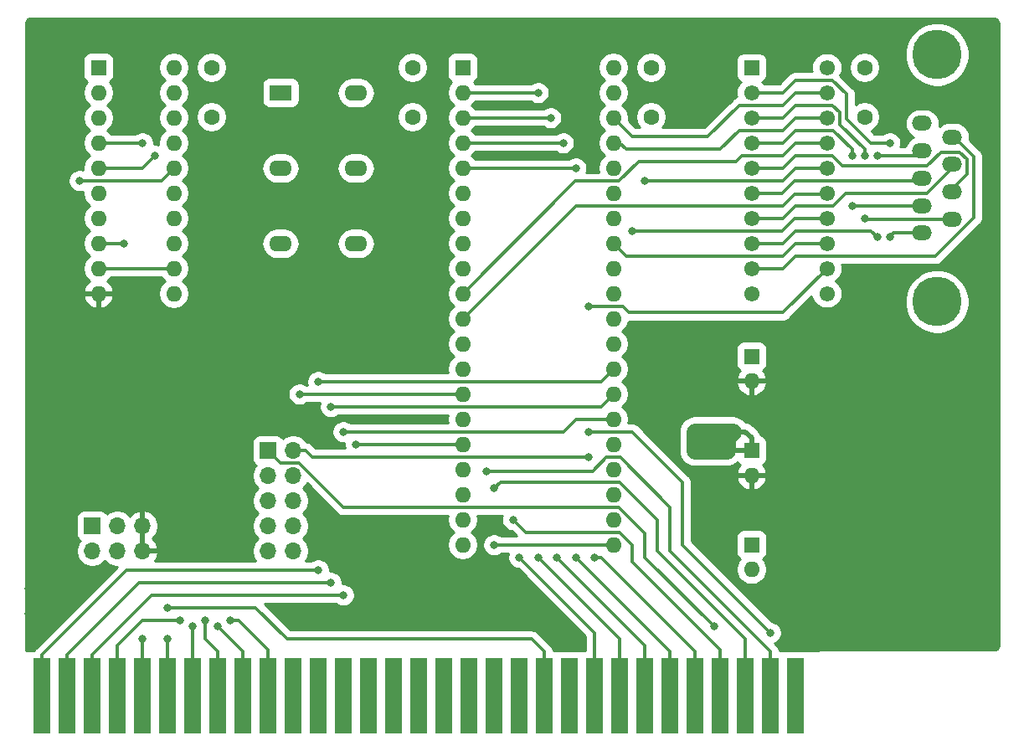
<source format=gtl>
%TF.GenerationSoftware,KiCad,Pcbnew,(5.1.9)-1*%
%TF.CreationDate,2021-04-22T20:22:13+08:00*%
%TF.ProjectId,BasicSerial,42617369-6353-4657-9269-616c2e6b6963,rev?*%
%TF.SameCoordinates,Original*%
%TF.FileFunction,Copper,L1,Top*%
%TF.FilePolarity,Positive*%
%FSLAX46Y46*%
G04 Gerber Fmt 4.6, Leading zero omitted, Abs format (unit mm)*
G04 Created by KiCad (PCBNEW (5.1.9)-1) date 2021-04-22 20:22:13*
%MOMM*%
%LPD*%
G01*
G04 APERTURE LIST*
%TA.AperFunction,ComponentPad*%
%ADD10C,5.001260*%
%TD*%
%TA.AperFunction,ComponentPad*%
%ADD11O,1.998980X1.501140*%
%TD*%
%TA.AperFunction,ComponentPad*%
%ADD12O,1.600000X1.600000*%
%TD*%
%TA.AperFunction,ComponentPad*%
%ADD13R,1.600000X1.600000*%
%TD*%
%TA.AperFunction,ComponentPad*%
%ADD14R,1.600000X1.501140*%
%TD*%
%TA.AperFunction,ComponentPad*%
%ADD15O,1.600000X1.501140*%
%TD*%
%TA.AperFunction,ComponentPad*%
%ADD16O,2.300000X1.600000*%
%TD*%
%TA.AperFunction,ComponentPad*%
%ADD17R,2.300000X1.600000*%
%TD*%
%TA.AperFunction,ComponentPad*%
%ADD18C,1.600000*%
%TD*%
%TA.AperFunction,ComponentPad*%
%ADD19R,1.700000X1.700000*%
%TD*%
%TA.AperFunction,ComponentPad*%
%ADD20O,1.700000X1.700000*%
%TD*%
%TA.AperFunction,ConnectorPad*%
%ADD21R,1.780000X7.620000*%
%TD*%
%TA.AperFunction,ViaPad*%
%ADD22C,0.800000*%
%TD*%
%TA.AperFunction,ViaPad*%
%ADD23C,1.000000*%
%TD*%
%TA.AperFunction,Conductor*%
%ADD24C,0.300000*%
%TD*%
%TA.AperFunction,Conductor*%
%ADD25C,0.500000*%
%TD*%
%TA.AperFunction,Conductor*%
%ADD26C,1.750000*%
%TD*%
%TA.AperFunction,Conductor*%
%ADD27C,0.254000*%
%TD*%
%TA.AperFunction,Conductor*%
%ADD28C,0.100000*%
%TD*%
G04 APERTURE END LIST*
D10*
%TO.P,CN1,5*%
%TO.N,GND*%
X189589000Y-98614260D03*
D11*
%TO.P,CN1,9*%
%TO.N,/SER_PIN9*%
X191107920Y-81964560D03*
%TO.P,CN1,8*%
%TO.N,/SER_PIN8*%
X191107920Y-84735700D03*
%TO.P,CN1,7*%
%TO.N,/SER_PIN7*%
X191107920Y-87504300D03*
%TO.P,CN1,6*%
%TO.N,/SER_PIN6*%
X191107920Y-90275440D03*
%TO.P,CN1,1*%
%TO.N,/SER_PIN1*%
X188070080Y-91659740D03*
%TO.P,CN1,2*%
%TO.N,/SER_PIN2*%
X188070080Y-88891140D03*
%TO.P,CN1,5*%
%TO.N,GND*%
X188070080Y-80580260D03*
%TO.P,CN1,4*%
%TO.N,/SER_PIN4*%
X188070080Y-83348860D03*
%TO.P,CN1,3*%
%TO.N,/SER_PIN3*%
X188070080Y-86120000D03*
D10*
%TO.P,CN1,5*%
%TO.N,GND*%
X189589000Y-73625740D03*
%TD*%
D12*
%TO.P,U2,20*%
%TO.N,VCC*%
X112395000Y-74930000D03*
%TO.P,U2,10*%
%TO.N,GND*%
X104775000Y-97790000D03*
%TO.P,U2,19*%
%TO.N,~UART_CS*%
X112395000Y-77470000D03*
%TO.P,U2,9*%
%TO.N,VCC*%
X104775000Y-95250000D03*
%TO.P,U2,18*%
X112395000Y-80010000D03*
%TO.P,U2,8*%
%TO.N,A05*%
X104775000Y-92710000D03*
%TO.P,U2,17*%
%TO.N,A09*%
X112395000Y-82550000D03*
%TO.P,U2,7*%
%TO.N,Net-(J1-Pad2)*%
X104775000Y-90170000D03*
%TO.P,U2,16*%
%TO.N,Net-(J1-Pad5)*%
X112395000Y-85090000D03*
%TO.P,U2,6*%
%TO.N,A04*%
X104775000Y-87630000D03*
%TO.P,U2,15*%
%TO.N,A08*%
X112395000Y-87630000D03*
%TO.P,U2,5*%
%TO.N,VCC*%
X104775000Y-85090000D03*
%TO.P,U2,14*%
X112395000Y-90170000D03*
%TO.P,U2,4*%
%TO.N,A03*%
X104775000Y-82550000D03*
%TO.P,U2,13*%
%TO.N,A07*%
X112395000Y-92710000D03*
%TO.P,U2,3*%
%TO.N,GND*%
X104775000Y-80010000D03*
%TO.P,U2,12*%
%TO.N,VCC*%
X112395000Y-95250000D03*
%TO.P,U2,2*%
%TO.N,GND*%
X104775000Y-77470000D03*
%TO.P,U2,11*%
%TO.N,A06*%
X112395000Y-97790000D03*
D13*
%TO.P,U2,1*%
%TO.N,AEN*%
X104775000Y-74930000D03*
%TD*%
D12*
%TO.P,U1,40*%
%TO.N,VCC*%
X156845000Y-74930000D03*
%TO.P,U1,20*%
%TO.N,GND*%
X141605000Y-123190000D03*
%TO.P,U1,39*%
%TO.N,Net-(U1-Pad39)*%
X156845000Y-77470000D03*
%TO.P,U1,19*%
%TO.N,GND*%
X141605000Y-120650000D03*
%TO.P,U1,38*%
%TO.N,Net-(U1-Pad38)*%
X156845000Y-80010000D03*
%TO.P,U1,18*%
%TO.N,~IOW*%
X141605000Y-118110000D03*
%TO.P,U1,37*%
%TO.N,Net-(U1-Pad37)*%
X156845000Y-82550000D03*
%TO.P,U1,17*%
%TO.N,UART_XOUT*%
X141605000Y-115570000D03*
%TO.P,U1,36*%
%TO.N,Net-(U1-Pad36)*%
X156845000Y-85090000D03*
%TO.P,U1,16*%
%TO.N,UART_XIN*%
X141605000Y-113030000D03*
%TO.P,U1,35*%
%TO.N,RESET*%
X156845000Y-87630000D03*
%TO.P,U1,15*%
%TO.N,Net-(U1-Pad15)*%
X141605000Y-110490000D03*
%TO.P,U1,34*%
%TO.N,Net-(U1-Pad34)*%
X156845000Y-90170000D03*
%TO.P,U1,14*%
%TO.N,~UART_CS*%
X141605000Y-107950000D03*
%TO.P,U1,33*%
%TO.N,Net-(U1-Pad33)*%
X156845000Y-92710000D03*
%TO.P,U1,13*%
%TO.N,VCC*%
X141605000Y-105410000D03*
%TO.P,U1,32*%
%TO.N,Net-(U1-Pad32)*%
X156845000Y-95250000D03*
%TO.P,U1,12*%
%TO.N,VCC*%
X141605000Y-102870000D03*
%TO.P,U1,31*%
%TO.N,Net-(U1-Pad31)*%
X156845000Y-97790000D03*
%TO.P,U1,11*%
%TO.N,Net-(U1-Pad11)*%
X141605000Y-100330000D03*
%TO.P,U1,30*%
%TO.N,Net-(J2-Pad10)*%
X156845000Y-100330000D03*
%TO.P,U1,10*%
%TO.N,Net-(U1-Pad10)*%
X141605000Y-97790000D03*
%TO.P,U1,29*%
%TO.N,Net-(U1-Pad29)*%
X156845000Y-102870000D03*
%TO.P,U1,9*%
%TO.N,Net-(U1-Pad15)*%
X141605000Y-95250000D03*
%TO.P,U1,28*%
%TO.N,A00*%
X156845000Y-105410000D03*
%TO.P,U1,8*%
%TO.N,D7*%
X141605000Y-92710000D03*
%TO.P,U1,27*%
%TO.N,A01*%
X156845000Y-107950000D03*
%TO.P,U1,7*%
%TO.N,D6*%
X141605000Y-90170000D03*
%TO.P,U1,26*%
%TO.N,A02*%
X156845000Y-110490000D03*
%TO.P,U1,6*%
%TO.N,D5*%
X141605000Y-87630000D03*
%TO.P,U1,25*%
%TO.N,GND*%
X156845000Y-113030000D03*
%TO.P,U1,5*%
%TO.N,D4*%
X141605000Y-85090000D03*
%TO.P,U1,24*%
%TO.N,Net-(U1-Pad24)*%
X156845000Y-115570000D03*
%TO.P,U1,4*%
%TO.N,D3*%
X141605000Y-82550000D03*
%TO.P,U1,23*%
%TO.N,Net-(U1-Pad23)*%
X156845000Y-118110000D03*
%TO.P,U1,3*%
%TO.N,D2*%
X141605000Y-80010000D03*
%TO.P,U1,22*%
%TO.N,GND*%
X156845000Y-120650000D03*
%TO.P,U1,2*%
%TO.N,D1*%
X141605000Y-77470000D03*
%TO.P,U1,21*%
%TO.N,~IOR*%
X156845000Y-123190000D03*
D13*
%TO.P,U1,1*%
%TO.N,D0*%
X141605000Y-74930000D03*
%TD*%
D14*
%TO.P,U3,1*%
%TO.N,+12V*%
X170815000Y-74930000D03*
D15*
%TO.P,U3,11*%
%TO.N,GND*%
X178435000Y-97790000D03*
%TO.P,U3,2*%
%TO.N,/SER_PIN1*%
X170815000Y-77470000D03*
%TO.P,U3,12*%
%TO.N,Net-(U1-Pad39)*%
X178435000Y-95250000D03*
%TO.P,U3,3*%
%TO.N,/SER_PIN6*%
X170815000Y-80010000D03*
%TO.P,U3,13*%
%TO.N,Net-(U1-Pad33)*%
X178435000Y-92710000D03*
%TO.P,U3,4*%
%TO.N,/SER_PIN2*%
X170815000Y-82550000D03*
%TO.P,U3,14*%
%TO.N,Net-(U1-Pad36)*%
X178435000Y-90170000D03*
%TO.P,U3,5*%
%TO.N,/SER_PIN7*%
X170815000Y-85090000D03*
%TO.P,U3,15*%
%TO.N,Net-(U1-Pad11)*%
X178435000Y-87630000D03*
%TO.P,U3,6*%
%TO.N,/SER_PIN3*%
X170815000Y-87630000D03*
%TO.P,U3,16*%
%TO.N,Net-(U1-Pad32)*%
X178435000Y-85090000D03*
%TO.P,U3,7*%
%TO.N,/SER_PIN8*%
X170815000Y-90170000D03*
%TO.P,U3,17*%
%TO.N,Net-(U1-Pad10)*%
X178435000Y-82550000D03*
%TO.P,U3,8*%
%TO.N,/SER_PIN4*%
X170815000Y-92710000D03*
%TO.P,U3,18*%
%TO.N,Net-(U1-Pad37)*%
X178435000Y-80010000D03*
%TO.P,U3,9*%
%TO.N,/SER_PIN9*%
X170815000Y-95250000D03*
%TO.P,U3,19*%
%TO.N,Net-(U1-Pad38)*%
X178435000Y-77470000D03*
%TO.P,U3,10*%
%TO.N,-12V*%
X170815000Y-97790000D03*
%TO.P,U3,20*%
%TO.N,VCC*%
X178435000Y-74930000D03*
%TD*%
D16*
%TO.P,U4,14*%
%TO.N,VCC*%
X130810000Y-77470000D03*
%TO.P,U4,11*%
X130810000Y-85090000D03*
%TO.P,U4,8*%
%TO.N,UART_XIN*%
X130810000Y-92710000D03*
%TO.P,U4,7*%
%TO.N,GND*%
X123190000Y-92710000D03*
%TO.P,U4,4*%
%TO.N,VCC*%
X123190000Y-85090000D03*
D17*
%TO.P,U4,1*%
X123190000Y-77470000D03*
%TD*%
D18*
%TO.P,C3,2*%
%TO.N,GND*%
X182245000Y-79930000D03*
%TO.P,C3,1*%
%TO.N,VCC*%
X182245000Y-74930000D03*
%TD*%
%TO.P,C1,2*%
%TO.N,GND*%
X160655000Y-79930000D03*
%TO.P,C1,1*%
%TO.N,VCC*%
X160655000Y-74930000D03*
%TD*%
%TO.P,C4,2*%
%TO.N,GND*%
X136525000Y-79930000D03*
%TO.P,C4,1*%
%TO.N,VCC*%
X136525000Y-74930000D03*
%TD*%
%TO.P,C2,2*%
%TO.N,GND*%
X116205000Y-79930000D03*
%TO.P,C2,1*%
%TO.N,VCC*%
X116205000Y-74930000D03*
%TD*%
D12*
%TO.P,C7,2*%
%TO.N,-12V*%
X170815000Y-125690000D03*
D13*
%TO.P,C7,1*%
%TO.N,GND*%
X170815000Y-123190000D03*
%TD*%
D12*
%TO.P,C6,2*%
%TO.N,GND*%
X170815000Y-116165000D03*
D13*
%TO.P,C6,1*%
%TO.N,+12V*%
X170815000Y-113665000D03*
%TD*%
%TO.P,C5,1*%
%TO.N,VCC*%
X170815000Y-104140000D03*
D12*
%TO.P,C5,2*%
%TO.N,GND*%
X170815000Y-106640000D03*
%TD*%
D19*
%TO.P,J2,1*%
%TO.N,IRQ2*%
X121920000Y-113665000D03*
D20*
%TO.P,J2,2*%
%TO.N,Net-(J2-Pad10)*%
X124460000Y-113665000D03*
%TO.P,J2,3*%
%TO.N,IRQ3*%
X121920000Y-116205000D03*
%TO.P,J2,4*%
%TO.N,Net-(J2-Pad10)*%
X124460000Y-116205000D03*
%TO.P,J2,5*%
%TO.N,IRQ4*%
X121920000Y-118745000D03*
%TO.P,J2,6*%
%TO.N,Net-(J2-Pad10)*%
X124460000Y-118745000D03*
%TO.P,J2,7*%
%TO.N,IRQ5*%
X121920000Y-121285000D03*
%TO.P,J2,8*%
%TO.N,Net-(J2-Pad10)*%
X124460000Y-121285000D03*
%TO.P,J2,9*%
%TO.N,IRQ7*%
X121920000Y-123825000D03*
%TO.P,J2,10*%
%TO.N,Net-(J2-Pad10)*%
X124460000Y-123825000D03*
%TD*%
D19*
%TO.P,J1,1*%
%TO.N,VCC*%
X104140000Y-121285000D03*
D20*
%TO.P,J1,4*%
X104140000Y-123825000D03*
%TO.P,J1,2*%
%TO.N,Net-(J1-Pad2)*%
X106680000Y-121285000D03*
%TO.P,J1,5*%
%TO.N,Net-(J1-Pad5)*%
X106680000Y-123825000D03*
%TO.P,J1,3*%
%TO.N,GND*%
X109220000Y-121285000D03*
%TO.P,J1,6*%
X109220000Y-123825000D03*
%TD*%
D21*
%TO.P,J3,62*%
%TO.N,A00*%
X99060000Y-138430000D03*
%TO.P,J3,61*%
%TO.N,A01*%
X101600000Y-138430000D03*
%TO.P,J3,60*%
%TO.N,A02*%
X104140000Y-138430000D03*
%TO.P,J3,59*%
%TO.N,A03*%
X106680000Y-138430000D03*
%TO.P,J3,58*%
%TO.N,A04*%
X109220000Y-138430000D03*
%TO.P,J3,57*%
%TO.N,A05*%
X111760000Y-138430000D03*
%TO.P,J3,56*%
%TO.N,A06*%
X114300000Y-138430000D03*
%TO.P,J3,55*%
%TO.N,A07*%
X116840000Y-138430000D03*
%TO.P,J3,54*%
%TO.N,A08*%
X119380000Y-138430000D03*
%TO.P,J3,53*%
%TO.N,A09*%
X121920000Y-138430000D03*
%TO.P,J3,52*%
%TO.N,Net-(J3-Pad52)*%
X124460000Y-138430000D03*
%TO.P,J3,51*%
%TO.N,Net-(J3-Pad51)*%
X127000000Y-138430000D03*
%TO.P,J3,50*%
%TO.N,Net-(J3-Pad50)*%
X129540000Y-138430000D03*
%TO.P,J3,49*%
%TO.N,Net-(J3-Pad49)*%
X132080000Y-138430000D03*
%TO.P,J3,48*%
%TO.N,Net-(J3-Pad48)*%
X134620000Y-138430000D03*
%TO.P,J3,47*%
%TO.N,Net-(J3-Pad47)*%
X137160000Y-138430000D03*
%TO.P,J3,46*%
%TO.N,Net-(J3-Pad46)*%
X139700000Y-138430000D03*
%TO.P,J3,45*%
%TO.N,Net-(J3-Pad45)*%
X142240000Y-138430000D03*
%TO.P,J3,44*%
%TO.N,Net-(J3-Pad44)*%
X144780000Y-138430000D03*
%TO.P,J3,43*%
%TO.N,Net-(J3-Pad43)*%
X147320000Y-138430000D03*
%TO.P,J3,42*%
%TO.N,AEN*%
X149860000Y-138430000D03*
%TO.P,J3,41*%
%TO.N,Net-(J3-Pad41)*%
X152400000Y-138430000D03*
%TO.P,J3,40*%
%TO.N,D0*%
X154940000Y-138430000D03*
%TO.P,J3,39*%
%TO.N,D1*%
X157480000Y-138430000D03*
%TO.P,J3,38*%
%TO.N,D2*%
X160020000Y-138430000D03*
%TO.P,J3,37*%
%TO.N,D3*%
X162560000Y-138430000D03*
%TO.P,J3,36*%
%TO.N,D4*%
X165100000Y-138430000D03*
%TO.P,J3,35*%
%TO.N,D5*%
X167640000Y-138430000D03*
%TO.P,J3,34*%
%TO.N,D6*%
X170180000Y-138430000D03*
%TO.P,J3,33*%
%TO.N,D7*%
X172720000Y-138430000D03*
%TO.P,J3,32*%
%TO.N,Net-(J3-Pad32)*%
X175260000Y-138430000D03*
%TD*%
D22*
%TO.N,A00*%
X127000000Y-125730000D03*
X127000000Y-106680000D03*
%TO.N,A01*%
X128270000Y-127000000D03*
X128270000Y-109220000D03*
%TO.N,A02*%
X129540000Y-128270000D03*
X129540000Y-111760000D03*
%TO.N,A03*%
X109220000Y-82550000D03*
X113030000Y-130810000D03*
%TO.N,A04*%
X109220000Y-132715000D03*
%TO.N,A05*%
X107315000Y-92710000D03*
X111760000Y-132715000D03*
%TO.N,A06*%
X114300000Y-131445000D03*
%TO.N,A07*%
X115570000Y-130810000D03*
%TO.N,A08*%
X116840000Y-131445002D03*
%TO.N,A09*%
X118110000Y-130810000D03*
%TO.N,AEN*%
X111760000Y-129540000D03*
%TO.N,D0*%
X147320000Y-124460000D03*
%TO.N,D1*%
X149225000Y-124460000D03*
X149225000Y-77470000D03*
%TO.N,D2*%
X151130000Y-124460000D03*
X150495000Y-80010000D03*
%TO.N,D3*%
X153034990Y-124460000D03*
X151765007Y-82550007D03*
%TO.N,D4*%
X153035000Y-85090000D03*
X154940000Y-124460000D03*
%TO.N,D5*%
X146685000Y-120650000D03*
%TO.N,D6*%
X144780000Y-117475000D03*
%TO.N,D7*%
X144024979Y-115737759D03*
D23*
%TO.N,GND*%
X178435000Y-132715000D03*
X104775000Y-100330000D03*
X170815000Y-119380000D03*
X170815000Y-109855000D03*
X97790000Y-127635000D03*
X99060000Y-128905000D03*
X100330000Y-130175000D03*
X97790000Y-130175000D03*
X99060000Y-131445000D03*
X194945000Y-132715000D03*
X141605000Y-130810000D03*
X141605000Y-126365000D03*
X137795000Y-121920000D03*
X133985000Y-121920000D03*
X135890000Y-128270000D03*
X149860000Y-130175002D03*
X161290000Y-101600000D03*
X161290000Y-110490000D03*
X161290000Y-106045000D03*
X178435000Y-71755000D03*
X181610000Y-71755000D03*
X184785000Y-71755000D03*
X194945000Y-71755000D03*
X194945000Y-86995000D03*
X194945000Y-102235000D03*
X178435000Y-102235000D03*
X178435000Y-117475000D03*
X194945000Y-117475000D03*
X147955000Y-128270012D03*
X151765000Y-132080010D03*
X123190000Y-88900000D03*
X130810000Y-88900000D03*
X130810000Y-81280000D03*
X130810000Y-74930000D03*
X136525000Y-85090000D03*
X136525000Y-88900000D03*
X120650000Y-81280000D03*
X120650000Y-74930000D03*
X125730000Y-81280000D03*
X125730000Y-74930000D03*
X102235000Y-80010000D03*
X164465000Y-80010000D03*
X164465000Y-76200000D03*
X123190000Y-97790000D03*
X123190000Y-102870000D03*
X135255000Y-97790000D03*
X135255000Y-102870000D03*
D22*
%TO.N,VCC*%
X110490000Y-83820000D03*
%TO.N,~IOR*%
X144780000Y-123190000D03*
D23*
%TO.N,+12V*%
X165100000Y-113665000D03*
X165100000Y-111760000D03*
D22*
%TO.N,IRQ2*%
X167005000Y-131445000D03*
%TO.N,RESET*%
X172720000Y-132080000D03*
X154305000Y-111760000D03*
%TO.N,Net-(J1-Pad5)*%
X102870000Y-86360000D03*
%TO.N,UART_XIN*%
X130810000Y-113030000D03*
%TO.N,Net-(J2-Pad10)*%
X154305000Y-114300000D03*
%TO.N,Net-(U1-Pad39)*%
X154305000Y-99060000D03*
%TO.N,Net-(U1-Pad36)*%
X158750000Y-91440000D03*
%TO.N,~UART_CS*%
X125095000Y-107950000D03*
%TO.N,Net-(U1-Pad32)*%
X160020000Y-86360000D03*
%TO.N,/SER_PIN6*%
X182245000Y-90170000D03*
X182245000Y-83820000D03*
%TO.N,/SER_PIN1*%
X184785000Y-82550000D03*
X184785000Y-92075000D03*
%TO.N,/SER_PIN2*%
X180975000Y-83820000D03*
X180975000Y-88900000D03*
%TO.N,/SER_PIN4*%
X183515000Y-83820000D03*
X183515000Y-92075000D03*
%TD*%
D24*
%TO.N,A00*%
X156845000Y-105410000D02*
X155575000Y-106680000D01*
X155575000Y-106680000D02*
X127000000Y-106680000D01*
X107610000Y-125730000D02*
X127000000Y-125730000D01*
X99060000Y-134280000D02*
X107610000Y-125730000D01*
X99060000Y-138430000D02*
X99060000Y-134280000D01*
%TO.N,A01*%
X155575000Y-109220000D02*
X128270000Y-109220000D01*
X156845000Y-107950000D02*
X155575000Y-109220000D01*
X108880000Y-127000000D02*
X128270000Y-127000000D01*
X101600000Y-134280000D02*
X108880000Y-127000000D01*
X101600000Y-138430000D02*
X101600000Y-134280000D01*
%TO.N,A02*%
X156845000Y-110490000D02*
X153035000Y-110490000D01*
X151765000Y-111760000D02*
X129540000Y-111760000D01*
X153035000Y-110490000D02*
X151765000Y-111760000D01*
X110150000Y-128270000D02*
X129540000Y-128270000D01*
X104140000Y-134280000D02*
X110150000Y-128270000D01*
X104140000Y-138430000D02*
X104140000Y-134280000D01*
%TO.N,A03*%
X104775000Y-82550000D02*
X109220000Y-82550000D01*
X106680000Y-133350000D02*
X106680000Y-138430000D01*
X109220000Y-130810000D02*
X106680000Y-133350000D01*
X113030000Y-130810000D02*
X109220000Y-130810000D01*
%TO.N,A04*%
X109220000Y-138430000D02*
X109220000Y-132715000D01*
%TO.N,A05*%
X107315000Y-92710000D02*
X104775000Y-92710000D01*
X111760000Y-138430000D02*
X111760000Y-132715000D01*
%TO.N,A06*%
X114300000Y-138430000D02*
X114300000Y-131445000D01*
%TO.N,A07*%
X115570000Y-132715000D02*
X115570000Y-130810000D01*
X116840000Y-133985000D02*
X115570000Y-132715000D01*
X116840000Y-138430000D02*
X116840000Y-133985000D01*
%TO.N,A08*%
X119380000Y-138430000D02*
X119380000Y-133985002D01*
X119380000Y-133985002D02*
X116840000Y-131445002D01*
%TO.N,A09*%
X118920010Y-130810000D02*
X118110000Y-130810000D01*
X121920000Y-133809990D02*
X118920010Y-130810000D01*
X121920000Y-138430000D02*
X121920000Y-133809990D01*
%TO.N,AEN*%
X120650000Y-129540000D02*
X111760000Y-129540000D01*
X123825000Y-132715000D02*
X120650000Y-129540000D01*
X149860000Y-138430000D02*
X149860000Y-133985000D01*
X149860000Y-133985000D02*
X148590000Y-132715000D01*
X148590000Y-132715000D02*
X123825000Y-132715000D01*
%TO.N,D0*%
X154940000Y-132080000D02*
X147320000Y-124460000D01*
X154940000Y-138430000D02*
X154940000Y-132080000D01*
%TO.N,D1*%
X157480000Y-138430000D02*
X157480000Y-132715000D01*
X157480000Y-132715000D02*
X149225000Y-124460000D01*
X141605000Y-77470000D02*
X149225000Y-77470000D01*
%TO.N,D2*%
X160020000Y-133350000D02*
X151130000Y-124460000D01*
X160020000Y-138430000D02*
X160020000Y-133350000D01*
X141605000Y-80010000D02*
X150495000Y-80010000D01*
%TO.N,D3*%
X162560000Y-138430000D02*
X162560000Y-133985010D01*
X162560000Y-133985010D02*
X153034990Y-124460000D01*
X141605000Y-82550000D02*
X151765000Y-82550000D01*
X151765000Y-82550000D02*
X151765007Y-82550007D01*
%TO.N,D4*%
X153035000Y-85090000D02*
X141605000Y-85090000D01*
X165100000Y-133985000D02*
X165100000Y-138430000D01*
X155575000Y-124460000D02*
X165100000Y-133985000D01*
X154940000Y-124460000D02*
X155575000Y-124460000D01*
%TO.N,D5*%
X147955000Y-121920000D02*
X146685000Y-120650000D01*
X157480000Y-121920000D02*
X147955000Y-121920000D01*
X158750000Y-124925000D02*
X158750000Y-123190000D01*
X158750000Y-123190000D02*
X157480000Y-121920000D01*
X167640000Y-133815000D02*
X158750000Y-124925000D01*
X167640000Y-138430000D02*
X167640000Y-133815000D01*
%TO.N,D6*%
X157480000Y-116840000D02*
X145415000Y-116840000D01*
X145415000Y-116840000D02*
X144780000Y-117475000D01*
X161290000Y-120650000D02*
X157480000Y-116840000D01*
X161290000Y-123825000D02*
X161290000Y-120650000D01*
X170180000Y-132715000D02*
X161290000Y-123825000D01*
X170180000Y-138430000D02*
X170180000Y-132715000D01*
%TO.N,D7*%
X156150001Y-114359999D02*
X154772241Y-115737759D01*
X157539999Y-114359999D02*
X156150001Y-114359999D01*
X162560000Y-119380000D02*
X157539999Y-114359999D01*
X162560000Y-123825000D02*
X162560000Y-119380000D01*
X172720000Y-133985000D02*
X162560000Y-123825000D01*
X154772241Y-115737759D02*
X144024979Y-115737759D01*
X172720000Y-138430000D02*
X172720000Y-133985000D01*
D25*
%TO.N,GND*%
X109220000Y-121285000D02*
X109220000Y-123825000D01*
X109220000Y-121285000D02*
X109220000Y-118745000D01*
X104775000Y-97790000D02*
X104775000Y-100330000D01*
X170815000Y-116165000D02*
X168950000Y-116165000D01*
X170815000Y-116165000D02*
X172680000Y-116165000D01*
X170815000Y-116165000D02*
X170815000Y-119380000D01*
X170815000Y-119380000D02*
X170815000Y-119380000D01*
X170815000Y-106640000D02*
X170815000Y-109855000D01*
X170815000Y-106640000D02*
X173315000Y-106640000D01*
X170815000Y-106640000D02*
X168950000Y-106640000D01*
X141605000Y-130810000D02*
X141605000Y-126365000D01*
X141605000Y-126365000D02*
X137795000Y-126365000D01*
X137795000Y-126365000D02*
X137795000Y-121920000D01*
X137795000Y-121920000D02*
X133985000Y-121920000D01*
X137795000Y-126365000D02*
X135890000Y-128270000D01*
X141605000Y-130810000D02*
X149225002Y-130810000D01*
X149225002Y-130810000D02*
X149860000Y-130175002D01*
X149860000Y-130175002D02*
X147955010Y-128270012D01*
X147955010Y-128270012D02*
X147955000Y-128270012D01*
X151765000Y-132080002D02*
X151765000Y-132080010D01*
X149860000Y-130175002D02*
X151765000Y-132080002D01*
X104775000Y-97790000D02*
X102870000Y-97790000D01*
X104775000Y-97790000D02*
X106680000Y-97790000D01*
X109220000Y-123825000D02*
X112395000Y-123825000D01*
X123190000Y-97790000D02*
X123897106Y-97790000D01*
X123897106Y-97790000D02*
X135255000Y-97790000D01*
X135255000Y-97790000D02*
X135255000Y-98497106D01*
X135255000Y-98497106D02*
X135255000Y-102870000D01*
D24*
%TO.N,VCC*%
X112395000Y-95250000D02*
X104775000Y-95250000D01*
X109220000Y-85090000D02*
X110490000Y-83820000D01*
X104775000Y-85090000D02*
X109220000Y-85090000D01*
%TO.N,~IOR*%
X156845000Y-123190000D02*
X144780000Y-123190000D01*
D25*
%TO.N,+12V*%
X170815000Y-113665000D02*
X170815000Y-112395000D01*
X170815000Y-112395000D02*
X170180000Y-111760000D01*
D26*
X165100000Y-111760000D02*
X165100000Y-113665000D01*
D25*
X170180000Y-111760000D02*
X168910000Y-111760000D01*
X170815000Y-113665000D02*
X168275000Y-113665000D01*
D26*
X168275000Y-113665000D02*
X165100000Y-113665000D01*
X168910000Y-111760000D02*
X165100000Y-111760000D01*
X168275000Y-112395000D02*
X168275000Y-113665000D01*
X168910000Y-111760000D02*
X168275000Y-112395000D01*
X165100000Y-111760000D02*
X166370000Y-113030000D01*
X167640000Y-113030000D02*
X168275000Y-112395000D01*
X166370000Y-113030000D02*
X167640000Y-113030000D01*
D24*
%TO.N,IRQ2*%
X160020000Y-124460000D02*
X167005000Y-131445000D01*
X157365802Y-119380000D02*
X160020000Y-122034198D01*
X160020000Y-122034198D02*
X160020000Y-124460000D01*
X121920000Y-113665000D02*
X122555000Y-113665000D01*
X121920000Y-113665000D02*
X123180001Y-114925001D01*
X125085001Y-114925001D02*
X129540000Y-119380000D01*
X123180001Y-114925001D02*
X125085001Y-114925001D01*
X129540000Y-119380000D02*
X157365802Y-119380000D01*
%TO.N,RESET*%
X158750000Y-111760000D02*
X154305000Y-111760000D01*
X163830000Y-116840000D02*
X158750000Y-111760000D01*
X172720000Y-132080000D02*
X163830000Y-123190000D01*
X163830000Y-123190000D02*
X163830000Y-116840000D01*
%TO.N,Net-(J1-Pad5)*%
X111125000Y-86360000D02*
X112395000Y-85090000D01*
X102870000Y-86360000D02*
X111125000Y-86360000D01*
%TO.N,UART_XIN*%
X141605000Y-113030000D02*
X130810000Y-113030000D01*
%TO.N,Net-(J2-Pad10)*%
X126365000Y-114300000D02*
X154305000Y-114300000D01*
X125730000Y-113665000D02*
X126365000Y-114300000D01*
X124460000Y-113665000D02*
X125730000Y-113665000D01*
%TO.N,Net-(U1-Pad39)*%
X157797500Y-99060000D02*
X154305000Y-99060000D01*
X158432500Y-99695000D02*
X157797500Y-99060000D01*
X173990000Y-99695000D02*
X158432500Y-99695000D01*
X178435000Y-95250000D02*
X173990000Y-99695000D01*
%TO.N,Net-(U1-Pad38)*%
X175260000Y-77470000D02*
X178435000Y-77470000D01*
X169545000Y-78749420D02*
X173980580Y-78749420D01*
X173980580Y-78749420D02*
X175260000Y-77470000D01*
X166379420Y-81915000D02*
X169545000Y-78749420D01*
X158750000Y-81915000D02*
X166379420Y-81915000D01*
X156845000Y-80010000D02*
X158750000Y-81915000D01*
%TO.N,Net-(U1-Pad37)*%
X175260000Y-80010000D02*
X178435000Y-80010000D01*
X173990000Y-81280000D02*
X175260000Y-80010000D01*
X169545000Y-81280000D02*
X173990000Y-81280000D01*
X158115000Y-83185000D02*
X167640000Y-83185000D01*
X167640000Y-83185000D02*
X169545000Y-81280000D01*
X157480000Y-82550000D02*
X158115000Y-83185000D01*
X156845000Y-82550000D02*
X157480000Y-82550000D01*
%TO.N,Net-(U1-Pad36)*%
X159315685Y-91440000D02*
X158750000Y-91440000D01*
X173903741Y-91440000D02*
X159315685Y-91440000D01*
X175173741Y-90170000D02*
X173903741Y-91440000D01*
X178435000Y-90170000D02*
X175173741Y-90170000D01*
%TO.N,~UART_CS*%
X141605000Y-107950000D02*
X125095000Y-107950000D01*
%TO.N,Net-(U1-Pad33)*%
X175260000Y-92710000D02*
X178435000Y-92710000D01*
X173990000Y-93980000D02*
X175260000Y-92710000D01*
X158115000Y-93980000D02*
X173990000Y-93980000D01*
X156845000Y-92710000D02*
X158115000Y-93980000D01*
%TO.N,Net-(U1-Pad32)*%
X160029420Y-86350580D02*
X160020000Y-86360000D01*
X173999420Y-86350580D02*
X160029420Y-86350580D01*
X178435000Y-85090000D02*
X175260000Y-85090000D01*
X175260000Y-85090000D02*
X173999420Y-86350580D01*
%TO.N,Net-(U1-Pad11)*%
X153035012Y-88900000D02*
X141605000Y-100330000D01*
X173999178Y-88900000D02*
X153035012Y-88900000D01*
X175188576Y-87710602D02*
X173999178Y-88900000D01*
X178354398Y-87710602D02*
X175188576Y-87710602D01*
X178435000Y-87630000D02*
X178354398Y-87710602D01*
%TO.N,Net-(U1-Pad10)*%
X169867210Y-83810579D02*
X169222789Y-84455000D01*
X175260000Y-82550000D02*
X173999421Y-83810579D01*
X173999421Y-83810579D02*
X169867210Y-83810579D01*
X178435000Y-82550000D02*
X175260000Y-82550000D01*
X159385000Y-84455000D02*
X157420001Y-86419999D01*
X169222789Y-84455000D02*
X159385000Y-84455000D01*
X152975023Y-86419999D02*
X152717511Y-86677511D01*
X157420001Y-86419999D02*
X152975023Y-86419999D01*
X152717511Y-86677511D02*
X141605000Y-97790000D01*
%TO.N,/SER_PIN9*%
X191330107Y-81964560D02*
X190859000Y-81964560D01*
X193297430Y-83931882D02*
X191330107Y-81964560D01*
X193297430Y-90117579D02*
X193297430Y-83931882D01*
X189435009Y-93980000D02*
X193297430Y-90117579D01*
X175260000Y-93980000D02*
X189435009Y-93980000D01*
X173990000Y-95250000D02*
X175260000Y-93980000D01*
X170815000Y-95250000D02*
X173990000Y-95250000D01*
%TO.N,/SER_PIN8*%
X179070000Y-88900000D02*
X175260000Y-88900000D01*
X180339440Y-87630560D02*
X179070000Y-88900000D01*
X188591169Y-87630560D02*
X180339440Y-87630560D01*
X173990000Y-90170000D02*
X170815000Y-90170000D01*
X190859000Y-85362729D02*
X188591169Y-87630560D01*
X175260000Y-88900000D02*
X173990000Y-90170000D01*
X190859000Y-84735700D02*
X190859000Y-85362729D01*
%TO.N,/SER_PIN7*%
X173990000Y-85090000D02*
X170815000Y-85090000D01*
X178997159Y-83820000D02*
X175260000Y-83820000D01*
X180036579Y-84859420D02*
X178997159Y-83820000D01*
X188591169Y-84859420D02*
X180036579Y-84859420D01*
X189975469Y-83475120D02*
X188591169Y-84859420D01*
X191878989Y-83475120D02*
X189975469Y-83475120D01*
X192617420Y-84213551D02*
X191878989Y-83475120D01*
X192617420Y-85745880D02*
X192617420Y-84213551D01*
X175260000Y-83820000D02*
X173990000Y-85090000D01*
X190859000Y-87504300D02*
X192617420Y-85745880D01*
%TO.N,/SER_PIN6*%
X182350440Y-90275440D02*
X182245000Y-90170000D01*
X190859000Y-90275440D02*
X182350440Y-90275440D01*
X175250580Y-78749420D02*
X173990000Y-80010000D01*
X179745010Y-79487851D02*
X179006579Y-78749420D01*
X179745010Y-80685010D02*
X179745010Y-79487851D01*
X173990000Y-80010000D02*
X170815000Y-80010000D01*
X182245000Y-83185000D02*
X179745010Y-80685010D01*
X179006579Y-78749420D02*
X175250580Y-78749420D01*
X182245000Y-83820000D02*
X182245000Y-83185000D01*
%TO.N,/SER_PIN1*%
X173990000Y-77470000D02*
X170815000Y-77470000D01*
X178997159Y-76200000D02*
X175260000Y-76200000D01*
X180425020Y-77627860D02*
X178997159Y-76200000D01*
X175260000Y-76200000D02*
X173990000Y-77470000D01*
X180425020Y-80095020D02*
X180425020Y-77627860D01*
X182880000Y-82550000D02*
X180425020Y-80095020D01*
X184785000Y-82550000D02*
X182880000Y-82550000D01*
X185200260Y-91659740D02*
X185835260Y-91659740D01*
X185835260Y-91659740D02*
X188319000Y-91659740D01*
X184785000Y-92075000D02*
X185200260Y-91659740D01*
%TO.N,/SER_PIN2*%
X180975000Y-88900000D02*
X181618860Y-88891140D01*
X181618860Y-88891140D02*
X188319000Y-88891140D01*
X173990000Y-82550000D02*
X170815000Y-82550000D01*
X175250580Y-81289420D02*
X173990000Y-82550000D01*
X179079420Y-81289420D02*
X175250580Y-81289420D01*
X180975000Y-83185000D02*
X179079420Y-81289420D01*
X180975000Y-83820000D02*
X180975000Y-83185000D01*
%TO.N,/SER_PIN4*%
X170815000Y-92710000D02*
X173990000Y-92710000D01*
X173990000Y-92710000D02*
X175260000Y-91440000D01*
X175260000Y-91440000D02*
X182880000Y-91440000D01*
X182880000Y-91440000D02*
X183515000Y-92075000D01*
X187847860Y-83820000D02*
X183515000Y-83820000D01*
X188319000Y-83348860D02*
X187847860Y-83820000D01*
%TO.N,/SER_PIN3*%
X173912920Y-87630000D02*
X170815000Y-87630000D01*
X175173500Y-86369420D02*
X173912920Y-87630000D01*
X188069580Y-86369420D02*
X175173500Y-86369420D01*
X188319000Y-86120000D02*
X188069580Y-86369420D01*
%TD*%
D27*
%TO.N,GND*%
X195421033Y-70005044D02*
X195512449Y-70032645D01*
X195596759Y-70077473D01*
X195670759Y-70137826D01*
X195731627Y-70211402D01*
X195777043Y-70295398D01*
X195805281Y-70386618D01*
X195819000Y-70517152D01*
X195819001Y-133311985D01*
X195805956Y-133445033D01*
X195778355Y-133536449D01*
X195733527Y-133620759D01*
X195673174Y-133694759D01*
X195599595Y-133755629D01*
X195515605Y-133801042D01*
X195424382Y-133829281D01*
X195293848Y-133843000D01*
X177711166Y-133843000D01*
X177673000Y-133839241D01*
X177634834Y-133843000D01*
X177520681Y-133854243D01*
X177508296Y-133858000D01*
X173613855Y-133858000D01*
X173608948Y-133808177D01*
X173557371Y-133638150D01*
X173473614Y-133481451D01*
X173458586Y-133463139D01*
X173389140Y-133378519D01*
X173389138Y-133378517D01*
X173360896Y-133344104D01*
X173326483Y-133315862D01*
X173156664Y-133146043D01*
X173265677Y-133100889D01*
X173454357Y-132974817D01*
X173614817Y-132814357D01*
X173740889Y-132625677D01*
X173827729Y-132416026D01*
X173872000Y-132193462D01*
X173872000Y-131966538D01*
X173827729Y-131743974D01*
X173740889Y-131534323D01*
X173614817Y-131345643D01*
X173454357Y-131185183D01*
X173265677Y-131059111D01*
X173056026Y-130972271D01*
X172846143Y-130930523D01*
X164732000Y-122816380D01*
X164732000Y-122390000D01*
X169259362Y-122390000D01*
X169259362Y-123990000D01*
X169273881Y-124137418D01*
X169316882Y-124279170D01*
X169386710Y-124409810D01*
X169480683Y-124524317D01*
X169595190Y-124618290D01*
X169658182Y-124651959D01*
X169609483Y-124700658D01*
X169439636Y-124954853D01*
X169322643Y-125237298D01*
X169263000Y-125537141D01*
X169263000Y-125842859D01*
X169322643Y-126142702D01*
X169439636Y-126425147D01*
X169609483Y-126679342D01*
X169825658Y-126895517D01*
X170079853Y-127065364D01*
X170362298Y-127182357D01*
X170662141Y-127242000D01*
X170967859Y-127242000D01*
X171267702Y-127182357D01*
X171550147Y-127065364D01*
X171804342Y-126895517D01*
X172020517Y-126679342D01*
X172190364Y-126425147D01*
X172307357Y-126142702D01*
X172367000Y-125842859D01*
X172367000Y-125537141D01*
X172307357Y-125237298D01*
X172190364Y-124954853D01*
X172020517Y-124700658D01*
X171971818Y-124651959D01*
X172034810Y-124618290D01*
X172149317Y-124524317D01*
X172243290Y-124409810D01*
X172313118Y-124279170D01*
X172356119Y-124137418D01*
X172370638Y-123990000D01*
X172370638Y-122390000D01*
X172356119Y-122242582D01*
X172313118Y-122100830D01*
X172243290Y-121970190D01*
X172149317Y-121855683D01*
X172034810Y-121761710D01*
X171904170Y-121691882D01*
X171762418Y-121648881D01*
X171615000Y-121634362D01*
X170015000Y-121634362D01*
X169867582Y-121648881D01*
X169725830Y-121691882D01*
X169595190Y-121761710D01*
X169480683Y-121855683D01*
X169386710Y-121970190D01*
X169316882Y-122100830D01*
X169273881Y-122242582D01*
X169259362Y-122390000D01*
X164732000Y-122390000D01*
X164732000Y-116884299D01*
X164736363Y-116840000D01*
X164732000Y-116795700D01*
X164732000Y-116795693D01*
X164718948Y-116663177D01*
X164667371Y-116493150D01*
X164583614Y-116336451D01*
X164470896Y-116199104D01*
X164436481Y-116170860D01*
X160025621Y-111760000D01*
X163465128Y-111760000D01*
X163473000Y-111839926D01*
X163473001Y-113585066D01*
X163465128Y-113665000D01*
X163496542Y-113983948D01*
X163589575Y-114290638D01*
X163740654Y-114573286D01*
X163943971Y-114821029D01*
X164191714Y-115024346D01*
X164474362Y-115175425D01*
X164781052Y-115268458D01*
X165020075Y-115292000D01*
X165100000Y-115299872D01*
X165179925Y-115292000D01*
X168195075Y-115292000D01*
X168275000Y-115299872D01*
X168593948Y-115268458D01*
X168900638Y-115175425D01*
X169183286Y-115024346D01*
X169376527Y-114865758D01*
X169386710Y-114884810D01*
X169480683Y-114999317D01*
X169595190Y-115093290D01*
X169658182Y-115126959D01*
X169609483Y-115175658D01*
X169439636Y-115429853D01*
X169322643Y-115712298D01*
X169263000Y-116012141D01*
X169263000Y-116317859D01*
X169322643Y-116617702D01*
X169439636Y-116900147D01*
X169609483Y-117154342D01*
X169825658Y-117370517D01*
X170079853Y-117540364D01*
X170362298Y-117657357D01*
X170662141Y-117717000D01*
X170967859Y-117717000D01*
X171267702Y-117657357D01*
X171550147Y-117540364D01*
X171804342Y-117370517D01*
X172020517Y-117154342D01*
X172190364Y-116900147D01*
X172307357Y-116617702D01*
X172367000Y-116317859D01*
X172367000Y-116012141D01*
X172307357Y-115712298D01*
X172190364Y-115429853D01*
X172020517Y-115175658D01*
X171971818Y-115126959D01*
X172034810Y-115093290D01*
X172149317Y-114999317D01*
X172243290Y-114884810D01*
X172313118Y-114754170D01*
X172356119Y-114612418D01*
X172370638Y-114465000D01*
X172370638Y-112865000D01*
X172356119Y-112717582D01*
X172313118Y-112575830D01*
X172243290Y-112445190D01*
X172149317Y-112330683D01*
X172034810Y-112236710D01*
X171904170Y-112166882D01*
X171781610Y-112129703D01*
X171745206Y-112009696D01*
X171705843Y-111936053D01*
X171652164Y-111835625D01*
X171526949Y-111683051D01*
X171488709Y-111651668D01*
X170923332Y-111086291D01*
X170891949Y-111048051D01*
X170739375Y-110922836D01*
X170565304Y-110829794D01*
X170376426Y-110772498D01*
X170229223Y-110758000D01*
X170229216Y-110758000D01*
X170189203Y-110754059D01*
X170066029Y-110603971D01*
X169818286Y-110400654D01*
X169535638Y-110249575D01*
X169228948Y-110156542D01*
X168989925Y-110133000D01*
X168910000Y-110125128D01*
X168830075Y-110133000D01*
X165179925Y-110133000D01*
X165100000Y-110125128D01*
X165020075Y-110133000D01*
X164781052Y-110156542D01*
X164474362Y-110249575D01*
X164191714Y-110400654D01*
X163943971Y-110603971D01*
X163740654Y-110851714D01*
X163589575Y-111134362D01*
X163496542Y-111441052D01*
X163465128Y-111760000D01*
X160025621Y-111760000D01*
X159419143Y-111153523D01*
X159390896Y-111119104D01*
X159253549Y-111006386D01*
X159096850Y-110922629D01*
X158926823Y-110871052D01*
X158794307Y-110858000D01*
X158794299Y-110858000D01*
X158750000Y-110853637D01*
X158705701Y-110858000D01*
X158354205Y-110858000D01*
X158397000Y-110642859D01*
X158397000Y-110337141D01*
X158337357Y-110037298D01*
X158220364Y-109754853D01*
X158050517Y-109500658D01*
X157834342Y-109284483D01*
X157737836Y-109220000D01*
X157834342Y-109155517D01*
X158050517Y-108939342D01*
X158220364Y-108685147D01*
X158337357Y-108402702D01*
X158397000Y-108102859D01*
X158397000Y-107797141D01*
X158337357Y-107497298D01*
X158220364Y-107214853D01*
X158050517Y-106960658D01*
X157834342Y-106744483D01*
X157737836Y-106680000D01*
X157834342Y-106615517D01*
X158050517Y-106399342D01*
X158220364Y-106145147D01*
X158337357Y-105862702D01*
X158397000Y-105562859D01*
X158397000Y-105257141D01*
X158337357Y-104957298D01*
X158220364Y-104674853D01*
X158050517Y-104420658D01*
X157834342Y-104204483D01*
X157737836Y-104140000D01*
X157834342Y-104075517D01*
X158050517Y-103859342D01*
X158220364Y-103605147D01*
X158330191Y-103340000D01*
X169259362Y-103340000D01*
X169259362Y-104940000D01*
X169273881Y-105087418D01*
X169316882Y-105229170D01*
X169386710Y-105359810D01*
X169480683Y-105474317D01*
X169595190Y-105568290D01*
X169658182Y-105601959D01*
X169609483Y-105650658D01*
X169439636Y-105904853D01*
X169322643Y-106187298D01*
X169263000Y-106487141D01*
X169263000Y-106792859D01*
X169322643Y-107092702D01*
X169439636Y-107375147D01*
X169609483Y-107629342D01*
X169825658Y-107845517D01*
X170079853Y-108015364D01*
X170362298Y-108132357D01*
X170662141Y-108192000D01*
X170967859Y-108192000D01*
X171267702Y-108132357D01*
X171550147Y-108015364D01*
X171804342Y-107845517D01*
X172020517Y-107629342D01*
X172190364Y-107375147D01*
X172307357Y-107092702D01*
X172367000Y-106792859D01*
X172367000Y-106487141D01*
X172307357Y-106187298D01*
X172190364Y-105904853D01*
X172020517Y-105650658D01*
X171971818Y-105601959D01*
X172034810Y-105568290D01*
X172149317Y-105474317D01*
X172243290Y-105359810D01*
X172313118Y-105229170D01*
X172356119Y-105087418D01*
X172370638Y-104940000D01*
X172370638Y-103340000D01*
X172356119Y-103192582D01*
X172313118Y-103050830D01*
X172243290Y-102920190D01*
X172149317Y-102805683D01*
X172034810Y-102711710D01*
X171904170Y-102641882D01*
X171762418Y-102598881D01*
X171615000Y-102584362D01*
X170015000Y-102584362D01*
X169867582Y-102598881D01*
X169725830Y-102641882D01*
X169595190Y-102711710D01*
X169480683Y-102805683D01*
X169386710Y-102920190D01*
X169316882Y-103050830D01*
X169273881Y-103192582D01*
X169259362Y-103340000D01*
X158330191Y-103340000D01*
X158337357Y-103322702D01*
X158397000Y-103022859D01*
X158397000Y-102717141D01*
X158337357Y-102417298D01*
X158220364Y-102134853D01*
X158050517Y-101880658D01*
X157834342Y-101664483D01*
X157737836Y-101600000D01*
X157834342Y-101535517D01*
X158050517Y-101319342D01*
X158220364Y-101065147D01*
X158337357Y-100782702D01*
X158374563Y-100595658D01*
X158432500Y-100601364D01*
X158476807Y-100597000D01*
X173945701Y-100597000D01*
X173990000Y-100601363D01*
X174034299Y-100597000D01*
X174034307Y-100597000D01*
X174166823Y-100583948D01*
X174336850Y-100532371D01*
X174493549Y-100448614D01*
X174630896Y-100335896D01*
X174659143Y-100301477D01*
X176902170Y-98058450D01*
X176904741Y-98084555D01*
X176990660Y-98367791D01*
X177130184Y-98628822D01*
X177317952Y-98857618D01*
X177546748Y-99045386D01*
X177807779Y-99184910D01*
X178091015Y-99270829D01*
X178311756Y-99292570D01*
X178558244Y-99292570D01*
X178778985Y-99270829D01*
X179062221Y-99184910D01*
X179323252Y-99045386D01*
X179552048Y-98857618D01*
X179739816Y-98628822D01*
X179879340Y-98367791D01*
X179901753Y-98293904D01*
X186336370Y-98293904D01*
X186336370Y-98934616D01*
X186461367Y-99563017D01*
X186706557Y-100154958D01*
X187062517Y-100687691D01*
X187515569Y-101140743D01*
X188048302Y-101496703D01*
X188640243Y-101741893D01*
X189268644Y-101866890D01*
X189909356Y-101866890D01*
X190537757Y-101741893D01*
X191129698Y-101496703D01*
X191662431Y-101140743D01*
X192115483Y-100687691D01*
X192471443Y-100154958D01*
X192716633Y-99563017D01*
X192841630Y-98934616D01*
X192841630Y-98293904D01*
X192716633Y-97665503D01*
X192471443Y-97073562D01*
X192115483Y-96540829D01*
X191662431Y-96087777D01*
X191129698Y-95731817D01*
X190537757Y-95486627D01*
X189909356Y-95361630D01*
X189268644Y-95361630D01*
X188640243Y-95486627D01*
X188048302Y-95731817D01*
X187515569Y-96087777D01*
X187062517Y-96540829D01*
X186706557Y-97073562D01*
X186461367Y-97665503D01*
X186336370Y-98293904D01*
X179901753Y-98293904D01*
X179965259Y-98084555D01*
X179994270Y-97790000D01*
X179965259Y-97495445D01*
X179879340Y-97212209D01*
X179739816Y-96951178D01*
X179552048Y-96722382D01*
X179323252Y-96534614D01*
X179295911Y-96520000D01*
X179323252Y-96505386D01*
X179552048Y-96317618D01*
X179739816Y-96088822D01*
X179879340Y-95827791D01*
X179965259Y-95544555D01*
X179994270Y-95250000D01*
X179965259Y-94955445D01*
X179942980Y-94882000D01*
X189390710Y-94882000D01*
X189435009Y-94886363D01*
X189479308Y-94882000D01*
X189479316Y-94882000D01*
X189611832Y-94868948D01*
X189781859Y-94817371D01*
X189938558Y-94733614D01*
X190075905Y-94620896D01*
X190104152Y-94586477D01*
X193903908Y-90786721D01*
X193938326Y-90758475D01*
X194051044Y-90621128D01*
X194134801Y-90464429D01*
X194186378Y-90294402D01*
X194199430Y-90161886D01*
X194199430Y-90161879D01*
X194203793Y-90117580D01*
X194199430Y-90073280D01*
X194199430Y-83976181D01*
X194203793Y-83931881D01*
X194199430Y-83887582D01*
X194199430Y-83887575D01*
X194186378Y-83755059D01*
X194134801Y-83585032D01*
X194051044Y-83428333D01*
X193938326Y-83290986D01*
X193903907Y-83262739D01*
X192843283Y-82202115D01*
X192866680Y-81964560D01*
X192837669Y-81670005D01*
X192751750Y-81386769D01*
X192612226Y-81125738D01*
X192424458Y-80896942D01*
X192195662Y-80709174D01*
X191934631Y-80569650D01*
X191651395Y-80483731D01*
X191430654Y-80461990D01*
X190785186Y-80461990D01*
X190564445Y-80483731D01*
X190281209Y-80569650D01*
X190020178Y-80709174D01*
X189793692Y-80895046D01*
X189799829Y-80874815D01*
X189828840Y-80580260D01*
X189799829Y-80285705D01*
X189713910Y-80002469D01*
X189574386Y-79741438D01*
X189386618Y-79512642D01*
X189157822Y-79324874D01*
X188896791Y-79185350D01*
X188613555Y-79099431D01*
X188392814Y-79077690D01*
X187747346Y-79077690D01*
X187526605Y-79099431D01*
X187243369Y-79185350D01*
X186982338Y-79324874D01*
X186753542Y-79512642D01*
X186565774Y-79741438D01*
X186426250Y-80002469D01*
X186340331Y-80285705D01*
X186311320Y-80580260D01*
X186340331Y-80874815D01*
X186426250Y-81158051D01*
X186565774Y-81419082D01*
X186753542Y-81647878D01*
X186982338Y-81835646D01*
X187223519Y-81964560D01*
X186982338Y-82093474D01*
X186753542Y-82281242D01*
X186565774Y-82510038D01*
X186426250Y-82771069D01*
X186381679Y-82918000D01*
X185879485Y-82918000D01*
X185892729Y-82886026D01*
X185937000Y-82663462D01*
X185937000Y-82436538D01*
X185892729Y-82213974D01*
X185805889Y-82004323D01*
X185679817Y-81815643D01*
X185519357Y-81655183D01*
X185330677Y-81529111D01*
X185121026Y-81442271D01*
X184898462Y-81398000D01*
X184671538Y-81398000D01*
X184448974Y-81442271D01*
X184239323Y-81529111D01*
X184061393Y-81648000D01*
X183253621Y-81648000D01*
X182931242Y-81325621D01*
X182980147Y-81305364D01*
X183234342Y-81135517D01*
X183450517Y-80919342D01*
X183620364Y-80665147D01*
X183737357Y-80382702D01*
X183797000Y-80082859D01*
X183797000Y-79777141D01*
X183737357Y-79477298D01*
X183620364Y-79194853D01*
X183450517Y-78940658D01*
X183234342Y-78724483D01*
X182980147Y-78554636D01*
X182697702Y-78437643D01*
X182397859Y-78378000D01*
X182092141Y-78378000D01*
X181792298Y-78437643D01*
X181509853Y-78554636D01*
X181327020Y-78676801D01*
X181327020Y-77672166D01*
X181331384Y-77627859D01*
X181313968Y-77451037D01*
X181273351Y-77317141D01*
X181262391Y-77281010D01*
X181178634Y-77124311D01*
X181065916Y-76986964D01*
X181031502Y-76958721D01*
X179775271Y-75702491D01*
X179879340Y-75507791D01*
X179965259Y-75224555D01*
X179994270Y-74930000D01*
X179979215Y-74777141D01*
X180693000Y-74777141D01*
X180693000Y-75082859D01*
X180752643Y-75382702D01*
X180869636Y-75665147D01*
X181039483Y-75919342D01*
X181255658Y-76135517D01*
X181509853Y-76305364D01*
X181792298Y-76422357D01*
X182092141Y-76482000D01*
X182397859Y-76482000D01*
X182697702Y-76422357D01*
X182980147Y-76305364D01*
X183234342Y-76135517D01*
X183450517Y-75919342D01*
X183620364Y-75665147D01*
X183737357Y-75382702D01*
X183797000Y-75082859D01*
X183797000Y-74777141D01*
X183737357Y-74477298D01*
X183620364Y-74194853D01*
X183450517Y-73940658D01*
X183234342Y-73724483D01*
X182980147Y-73554636D01*
X182697702Y-73437643D01*
X182397859Y-73378000D01*
X182092141Y-73378000D01*
X181792298Y-73437643D01*
X181509853Y-73554636D01*
X181255658Y-73724483D01*
X181039483Y-73940658D01*
X180869636Y-74194853D01*
X180752643Y-74477298D01*
X180693000Y-74777141D01*
X179979215Y-74777141D01*
X179965259Y-74635445D01*
X179879340Y-74352209D01*
X179739816Y-74091178D01*
X179552048Y-73862382D01*
X179323252Y-73674614D01*
X179062221Y-73535090D01*
X178778985Y-73449171D01*
X178558244Y-73427430D01*
X178311756Y-73427430D01*
X178091015Y-73449171D01*
X177807779Y-73535090D01*
X177546748Y-73674614D01*
X177317952Y-73862382D01*
X177130184Y-74091178D01*
X176990660Y-74352209D01*
X176904741Y-74635445D01*
X176875730Y-74930000D01*
X176904741Y-75224555D01*
X176927020Y-75298000D01*
X175304299Y-75298000D01*
X175259999Y-75293637D01*
X175215700Y-75298000D01*
X175215693Y-75298000D01*
X175083177Y-75311052D01*
X174913150Y-75362629D01*
X174756451Y-75446386D01*
X174619104Y-75559104D01*
X174590857Y-75593523D01*
X173616380Y-76568000D01*
X172067967Y-76568000D01*
X171932048Y-76402382D01*
X171903445Y-76378908D01*
X171904170Y-76378688D01*
X172034810Y-76308860D01*
X172149317Y-76214887D01*
X172243290Y-76100380D01*
X172313118Y-75969740D01*
X172356119Y-75827988D01*
X172370638Y-75680570D01*
X172370638Y-74179430D01*
X172356119Y-74032012D01*
X172313118Y-73890260D01*
X172243290Y-73759620D01*
X172149317Y-73645113D01*
X172034810Y-73551140D01*
X171904170Y-73481312D01*
X171762418Y-73438311D01*
X171615000Y-73423792D01*
X170015000Y-73423792D01*
X169867582Y-73438311D01*
X169725830Y-73481312D01*
X169595190Y-73551140D01*
X169480683Y-73645113D01*
X169386710Y-73759620D01*
X169316882Y-73890260D01*
X169273881Y-74032012D01*
X169259362Y-74179430D01*
X169259362Y-75680570D01*
X169273881Y-75827988D01*
X169316882Y-75969740D01*
X169386710Y-76100380D01*
X169480683Y-76214887D01*
X169595190Y-76308860D01*
X169725830Y-76378688D01*
X169726555Y-76378908D01*
X169697952Y-76402382D01*
X169510184Y-76631178D01*
X169370660Y-76892209D01*
X169284741Y-77175445D01*
X169255730Y-77470000D01*
X169284741Y-77764555D01*
X169318416Y-77875567D01*
X169198150Y-77912049D01*
X169041451Y-77995806D01*
X168904104Y-78108524D01*
X168875857Y-78142943D01*
X166005800Y-81013000D01*
X161766859Y-81013000D01*
X161860517Y-80919342D01*
X162030364Y-80665147D01*
X162147357Y-80382702D01*
X162207000Y-80082859D01*
X162207000Y-79777141D01*
X162147357Y-79477298D01*
X162030364Y-79194853D01*
X161860517Y-78940658D01*
X161644342Y-78724483D01*
X161390147Y-78554636D01*
X161107702Y-78437643D01*
X160807859Y-78378000D01*
X160502141Y-78378000D01*
X160202298Y-78437643D01*
X159919853Y-78554636D01*
X159665658Y-78724483D01*
X159449483Y-78940658D01*
X159279636Y-79194853D01*
X159162643Y-79477298D01*
X159103000Y-79777141D01*
X159103000Y-80082859D01*
X159162643Y-80382702D01*
X159279636Y-80665147D01*
X159449483Y-80919342D01*
X159543141Y-81013000D01*
X159123621Y-81013000D01*
X158376506Y-80265886D01*
X158397000Y-80162859D01*
X158397000Y-79857141D01*
X158337357Y-79557298D01*
X158220364Y-79274853D01*
X158050517Y-79020658D01*
X157834342Y-78804483D01*
X157737836Y-78740000D01*
X157834342Y-78675517D01*
X158050517Y-78459342D01*
X158220364Y-78205147D01*
X158337357Y-77922702D01*
X158397000Y-77622859D01*
X158397000Y-77317141D01*
X158337357Y-77017298D01*
X158220364Y-76734853D01*
X158050517Y-76480658D01*
X157834342Y-76264483D01*
X157737836Y-76200000D01*
X157834342Y-76135517D01*
X158050517Y-75919342D01*
X158220364Y-75665147D01*
X158337357Y-75382702D01*
X158397000Y-75082859D01*
X158397000Y-74777141D01*
X159103000Y-74777141D01*
X159103000Y-75082859D01*
X159162643Y-75382702D01*
X159279636Y-75665147D01*
X159449483Y-75919342D01*
X159665658Y-76135517D01*
X159919853Y-76305364D01*
X160202298Y-76422357D01*
X160502141Y-76482000D01*
X160807859Y-76482000D01*
X161107702Y-76422357D01*
X161390147Y-76305364D01*
X161644342Y-76135517D01*
X161860517Y-75919342D01*
X162030364Y-75665147D01*
X162147357Y-75382702D01*
X162207000Y-75082859D01*
X162207000Y-74777141D01*
X162147357Y-74477298D01*
X162030364Y-74194853D01*
X161860517Y-73940658D01*
X161644342Y-73724483D01*
X161390147Y-73554636D01*
X161107702Y-73437643D01*
X160807859Y-73378000D01*
X160502141Y-73378000D01*
X160202298Y-73437643D01*
X159919853Y-73554636D01*
X159665658Y-73724483D01*
X159449483Y-73940658D01*
X159279636Y-74194853D01*
X159162643Y-74477298D01*
X159103000Y-74777141D01*
X158397000Y-74777141D01*
X158337357Y-74477298D01*
X158220364Y-74194853D01*
X158050517Y-73940658D01*
X157834342Y-73724483D01*
X157580147Y-73554636D01*
X157297702Y-73437643D01*
X156997859Y-73378000D01*
X156692141Y-73378000D01*
X156392298Y-73437643D01*
X156109853Y-73554636D01*
X155855658Y-73724483D01*
X155639483Y-73940658D01*
X155469636Y-74194853D01*
X155352643Y-74477298D01*
X155293000Y-74777141D01*
X155293000Y-75082859D01*
X155352643Y-75382702D01*
X155469636Y-75665147D01*
X155639483Y-75919342D01*
X155855658Y-76135517D01*
X155952164Y-76200000D01*
X155855658Y-76264483D01*
X155639483Y-76480658D01*
X155469636Y-76734853D01*
X155352643Y-77017298D01*
X155293000Y-77317141D01*
X155293000Y-77622859D01*
X155352643Y-77922702D01*
X155469636Y-78205147D01*
X155639483Y-78459342D01*
X155855658Y-78675517D01*
X155952164Y-78740000D01*
X155855658Y-78804483D01*
X155639483Y-79020658D01*
X155469636Y-79274853D01*
X155352643Y-79557298D01*
X155293000Y-79857141D01*
X155293000Y-80162859D01*
X155352643Y-80462702D01*
X155469636Y-80745147D01*
X155639483Y-80999342D01*
X155855658Y-81215517D01*
X155952164Y-81280000D01*
X155855658Y-81344483D01*
X155639483Y-81560658D01*
X155469636Y-81814853D01*
X155352643Y-82097298D01*
X155293000Y-82397141D01*
X155293000Y-82702859D01*
X155352643Y-83002702D01*
X155469636Y-83285147D01*
X155639483Y-83539342D01*
X155855658Y-83755517D01*
X155952164Y-83820000D01*
X155855658Y-83884483D01*
X155639483Y-84100658D01*
X155469636Y-84354853D01*
X155352643Y-84637298D01*
X155293000Y-84937141D01*
X155293000Y-85242859D01*
X155347729Y-85517999D01*
X154104633Y-85517999D01*
X154142729Y-85426026D01*
X154187000Y-85203462D01*
X154187000Y-84976538D01*
X154142729Y-84753974D01*
X154055889Y-84544323D01*
X153929817Y-84355643D01*
X153769357Y-84195183D01*
X153580677Y-84069111D01*
X153371026Y-83982271D01*
X153148462Y-83938000D01*
X152921538Y-83938000D01*
X152698974Y-83982271D01*
X152489323Y-84069111D01*
X152311393Y-84188000D01*
X142868877Y-84188000D01*
X142810517Y-84100658D01*
X142594342Y-83884483D01*
X142497836Y-83820000D01*
X142594342Y-83755517D01*
X142810517Y-83539342D01*
X142868877Y-83452000D01*
X151041390Y-83452000D01*
X151219330Y-83570896D01*
X151428981Y-83657736D01*
X151651545Y-83702007D01*
X151878469Y-83702007D01*
X152101033Y-83657736D01*
X152310684Y-83570896D01*
X152499364Y-83444824D01*
X152659824Y-83284364D01*
X152785896Y-83095684D01*
X152872736Y-82886033D01*
X152917007Y-82663469D01*
X152917007Y-82436545D01*
X152872736Y-82213981D01*
X152785896Y-82004330D01*
X152659824Y-81815650D01*
X152499364Y-81655190D01*
X152310684Y-81529118D01*
X152101033Y-81442278D01*
X151878469Y-81398007D01*
X151651545Y-81398007D01*
X151428981Y-81442278D01*
X151219330Y-81529118D01*
X151041411Y-81648000D01*
X142868877Y-81648000D01*
X142810517Y-81560658D01*
X142594342Y-81344483D01*
X142497836Y-81280000D01*
X142594342Y-81215517D01*
X142810517Y-80999342D01*
X142868877Y-80912000D01*
X149771393Y-80912000D01*
X149949323Y-81030889D01*
X150158974Y-81117729D01*
X150381538Y-81162000D01*
X150608462Y-81162000D01*
X150831026Y-81117729D01*
X151040677Y-81030889D01*
X151229357Y-80904817D01*
X151389817Y-80744357D01*
X151515889Y-80555677D01*
X151602729Y-80346026D01*
X151647000Y-80123462D01*
X151647000Y-79896538D01*
X151602729Y-79673974D01*
X151515889Y-79464323D01*
X151389817Y-79275643D01*
X151229357Y-79115183D01*
X151040677Y-78989111D01*
X150831026Y-78902271D01*
X150608462Y-78858000D01*
X150381538Y-78858000D01*
X150158974Y-78902271D01*
X149949323Y-78989111D01*
X149771393Y-79108000D01*
X142868877Y-79108000D01*
X142810517Y-79020658D01*
X142594342Y-78804483D01*
X142497836Y-78740000D01*
X142594342Y-78675517D01*
X142810517Y-78459342D01*
X142868877Y-78372000D01*
X148501393Y-78372000D01*
X148679323Y-78490889D01*
X148888974Y-78577729D01*
X149111538Y-78622000D01*
X149338462Y-78622000D01*
X149561026Y-78577729D01*
X149770677Y-78490889D01*
X149959357Y-78364817D01*
X150119817Y-78204357D01*
X150245889Y-78015677D01*
X150332729Y-77806026D01*
X150377000Y-77583462D01*
X150377000Y-77356538D01*
X150332729Y-77133974D01*
X150245889Y-76924323D01*
X150119817Y-76735643D01*
X149959357Y-76575183D01*
X149770677Y-76449111D01*
X149561026Y-76362271D01*
X149338462Y-76318000D01*
X149111538Y-76318000D01*
X148888974Y-76362271D01*
X148679323Y-76449111D01*
X148501393Y-76568000D01*
X142868877Y-76568000D01*
X142810517Y-76480658D01*
X142735751Y-76405892D01*
X142824810Y-76358290D01*
X142939317Y-76264317D01*
X143033290Y-76149810D01*
X143103118Y-76019170D01*
X143146119Y-75877418D01*
X143160638Y-75730000D01*
X143160638Y-74130000D01*
X143146119Y-73982582D01*
X143103118Y-73840830D01*
X143033290Y-73710190D01*
X142939317Y-73595683D01*
X142824810Y-73501710D01*
X142694170Y-73431882D01*
X142552418Y-73388881D01*
X142405000Y-73374362D01*
X140805000Y-73374362D01*
X140657582Y-73388881D01*
X140515830Y-73431882D01*
X140385190Y-73501710D01*
X140270683Y-73595683D01*
X140176710Y-73710190D01*
X140106882Y-73840830D01*
X140063881Y-73982582D01*
X140049362Y-74130000D01*
X140049362Y-75730000D01*
X140063881Y-75877418D01*
X140106882Y-76019170D01*
X140176710Y-76149810D01*
X140270683Y-76264317D01*
X140385190Y-76358290D01*
X140474249Y-76405892D01*
X140399483Y-76480658D01*
X140229636Y-76734853D01*
X140112643Y-77017298D01*
X140053000Y-77317141D01*
X140053000Y-77622859D01*
X140112643Y-77922702D01*
X140229636Y-78205147D01*
X140399483Y-78459342D01*
X140615658Y-78675517D01*
X140712164Y-78740000D01*
X140615658Y-78804483D01*
X140399483Y-79020658D01*
X140229636Y-79274853D01*
X140112643Y-79557298D01*
X140053000Y-79857141D01*
X140053000Y-80162859D01*
X140112643Y-80462702D01*
X140229636Y-80745147D01*
X140399483Y-80999342D01*
X140615658Y-81215517D01*
X140712164Y-81280000D01*
X140615658Y-81344483D01*
X140399483Y-81560658D01*
X140229636Y-81814853D01*
X140112643Y-82097298D01*
X140053000Y-82397141D01*
X140053000Y-82702859D01*
X140112643Y-83002702D01*
X140229636Y-83285147D01*
X140399483Y-83539342D01*
X140615658Y-83755517D01*
X140712164Y-83820000D01*
X140615658Y-83884483D01*
X140399483Y-84100658D01*
X140229636Y-84354853D01*
X140112643Y-84637298D01*
X140053000Y-84937141D01*
X140053000Y-85242859D01*
X140112643Y-85542702D01*
X140229636Y-85825147D01*
X140399483Y-86079342D01*
X140615658Y-86295517D01*
X140712164Y-86360000D01*
X140615658Y-86424483D01*
X140399483Y-86640658D01*
X140229636Y-86894853D01*
X140112643Y-87177298D01*
X140053000Y-87477141D01*
X140053000Y-87782859D01*
X140112643Y-88082702D01*
X140229636Y-88365147D01*
X140399483Y-88619342D01*
X140615658Y-88835517D01*
X140712164Y-88900000D01*
X140615658Y-88964483D01*
X140399483Y-89180658D01*
X140229636Y-89434853D01*
X140112643Y-89717298D01*
X140053000Y-90017141D01*
X140053000Y-90322859D01*
X140112643Y-90622702D01*
X140229636Y-90905147D01*
X140399483Y-91159342D01*
X140615658Y-91375517D01*
X140712164Y-91440000D01*
X140615658Y-91504483D01*
X140399483Y-91720658D01*
X140229636Y-91974853D01*
X140112643Y-92257298D01*
X140053000Y-92557141D01*
X140053000Y-92862859D01*
X140112643Y-93162702D01*
X140229636Y-93445147D01*
X140399483Y-93699342D01*
X140615658Y-93915517D01*
X140712164Y-93980000D01*
X140615658Y-94044483D01*
X140399483Y-94260658D01*
X140229636Y-94514853D01*
X140112643Y-94797298D01*
X140053000Y-95097141D01*
X140053000Y-95402859D01*
X140112643Y-95702702D01*
X140229636Y-95985147D01*
X140399483Y-96239342D01*
X140615658Y-96455517D01*
X140712164Y-96520000D01*
X140615658Y-96584483D01*
X140399483Y-96800658D01*
X140229636Y-97054853D01*
X140112643Y-97337298D01*
X140053000Y-97637141D01*
X140053000Y-97942859D01*
X140112643Y-98242702D01*
X140229636Y-98525147D01*
X140399483Y-98779342D01*
X140615658Y-98995517D01*
X140712164Y-99060000D01*
X140615658Y-99124483D01*
X140399483Y-99340658D01*
X140229636Y-99594853D01*
X140112643Y-99877298D01*
X140053000Y-100177141D01*
X140053000Y-100482859D01*
X140112643Y-100782702D01*
X140229636Y-101065147D01*
X140399483Y-101319342D01*
X140615658Y-101535517D01*
X140712164Y-101600000D01*
X140615658Y-101664483D01*
X140399483Y-101880658D01*
X140229636Y-102134853D01*
X140112643Y-102417298D01*
X140053000Y-102717141D01*
X140053000Y-103022859D01*
X140112643Y-103322702D01*
X140229636Y-103605147D01*
X140399483Y-103859342D01*
X140615658Y-104075517D01*
X140712164Y-104140000D01*
X140615658Y-104204483D01*
X140399483Y-104420658D01*
X140229636Y-104674853D01*
X140112643Y-104957298D01*
X140053000Y-105257141D01*
X140053000Y-105562859D01*
X140095795Y-105778000D01*
X127723607Y-105778000D01*
X127545677Y-105659111D01*
X127336026Y-105572271D01*
X127113462Y-105528000D01*
X126886538Y-105528000D01*
X126663974Y-105572271D01*
X126454323Y-105659111D01*
X126265643Y-105785183D01*
X126105183Y-105945643D01*
X125979111Y-106134323D01*
X125892271Y-106343974D01*
X125848000Y-106566538D01*
X125848000Y-106793462D01*
X125892271Y-107016026D01*
X125905515Y-107048000D01*
X125818607Y-107048000D01*
X125640677Y-106929111D01*
X125431026Y-106842271D01*
X125208462Y-106798000D01*
X124981538Y-106798000D01*
X124758974Y-106842271D01*
X124549323Y-106929111D01*
X124360643Y-107055183D01*
X124200183Y-107215643D01*
X124074111Y-107404323D01*
X123987271Y-107613974D01*
X123943000Y-107836538D01*
X123943000Y-108063462D01*
X123987271Y-108286026D01*
X124074111Y-108495677D01*
X124200183Y-108684357D01*
X124360643Y-108844817D01*
X124549323Y-108970889D01*
X124758974Y-109057729D01*
X124981538Y-109102000D01*
X125208462Y-109102000D01*
X125431026Y-109057729D01*
X125640677Y-108970889D01*
X125818607Y-108852000D01*
X127175515Y-108852000D01*
X127162271Y-108883974D01*
X127118000Y-109106538D01*
X127118000Y-109333462D01*
X127162271Y-109556026D01*
X127249111Y-109765677D01*
X127375183Y-109954357D01*
X127535643Y-110114817D01*
X127724323Y-110240889D01*
X127933974Y-110327729D01*
X128156538Y-110372000D01*
X128383462Y-110372000D01*
X128606026Y-110327729D01*
X128815677Y-110240889D01*
X128993607Y-110122000D01*
X140095795Y-110122000D01*
X140053000Y-110337141D01*
X140053000Y-110642859D01*
X140095795Y-110858000D01*
X130263607Y-110858000D01*
X130085677Y-110739111D01*
X129876026Y-110652271D01*
X129653462Y-110608000D01*
X129426538Y-110608000D01*
X129203974Y-110652271D01*
X128994323Y-110739111D01*
X128805643Y-110865183D01*
X128645183Y-111025643D01*
X128519111Y-111214323D01*
X128432271Y-111423974D01*
X128388000Y-111646538D01*
X128388000Y-111873462D01*
X128432271Y-112096026D01*
X128519111Y-112305677D01*
X128645183Y-112494357D01*
X128805643Y-112654817D01*
X128994323Y-112780889D01*
X129203974Y-112867729D01*
X129426538Y-112912000D01*
X129653462Y-112912000D01*
X129659127Y-112910873D01*
X129658000Y-112916538D01*
X129658000Y-113143462D01*
X129702271Y-113366026D01*
X129715515Y-113398000D01*
X126738621Y-113398000D01*
X126399143Y-113058523D01*
X126370896Y-113024104D01*
X126233549Y-112911386D01*
X126076850Y-112827629D01*
X125906823Y-112776052D01*
X125784695Y-112764023D01*
X125704354Y-112643785D01*
X125481215Y-112420646D01*
X125218831Y-112245326D01*
X124927286Y-112124564D01*
X124617783Y-112063000D01*
X124302217Y-112063000D01*
X123992714Y-112124564D01*
X123701169Y-112245326D01*
X123438785Y-112420646D01*
X123421262Y-112438169D01*
X123398290Y-112395190D01*
X123304317Y-112280683D01*
X123189810Y-112186710D01*
X123059170Y-112116882D01*
X122917418Y-112073881D01*
X122770000Y-112059362D01*
X121070000Y-112059362D01*
X120922582Y-112073881D01*
X120780830Y-112116882D01*
X120650190Y-112186710D01*
X120535683Y-112280683D01*
X120441710Y-112395190D01*
X120371882Y-112525830D01*
X120328881Y-112667582D01*
X120314362Y-112815000D01*
X120314362Y-114515000D01*
X120328881Y-114662418D01*
X120371882Y-114804170D01*
X120441710Y-114934810D01*
X120535683Y-115049317D01*
X120650190Y-115143290D01*
X120693169Y-115166262D01*
X120675646Y-115183785D01*
X120500326Y-115446169D01*
X120379564Y-115737714D01*
X120318000Y-116047217D01*
X120318000Y-116362783D01*
X120379564Y-116672286D01*
X120500326Y-116963831D01*
X120675646Y-117226215D01*
X120898785Y-117449354D01*
X120937167Y-117475000D01*
X120898785Y-117500646D01*
X120675646Y-117723785D01*
X120500326Y-117986169D01*
X120379564Y-118277714D01*
X120318000Y-118587217D01*
X120318000Y-118902783D01*
X120379564Y-119212286D01*
X120500326Y-119503831D01*
X120675646Y-119766215D01*
X120898785Y-119989354D01*
X120937167Y-120015000D01*
X120898785Y-120040646D01*
X120675646Y-120263785D01*
X120500326Y-120526169D01*
X120379564Y-120817714D01*
X120318000Y-121127217D01*
X120318000Y-121442783D01*
X120379564Y-121752286D01*
X120500326Y-122043831D01*
X120675646Y-122306215D01*
X120898785Y-122529354D01*
X120937167Y-122555000D01*
X120898785Y-122580646D01*
X120675646Y-122803785D01*
X120500326Y-123066169D01*
X120379564Y-123357714D01*
X120318000Y-123667217D01*
X120318000Y-123982783D01*
X120379564Y-124292286D01*
X120500326Y-124583831D01*
X120663475Y-124828000D01*
X110476525Y-124828000D01*
X110639674Y-124583831D01*
X110760436Y-124292286D01*
X110822000Y-123982783D01*
X110822000Y-123667217D01*
X110760436Y-123357714D01*
X110639674Y-123066169D01*
X110464354Y-122803785D01*
X110241215Y-122580646D01*
X110202833Y-122555000D01*
X110241215Y-122529354D01*
X110464354Y-122306215D01*
X110639674Y-122043831D01*
X110760436Y-121752286D01*
X110822000Y-121442783D01*
X110822000Y-121127217D01*
X110760436Y-120817714D01*
X110639674Y-120526169D01*
X110464354Y-120263785D01*
X110241215Y-120040646D01*
X109978831Y-119865326D01*
X109687286Y-119744564D01*
X109377783Y-119683000D01*
X109062217Y-119683000D01*
X108752714Y-119744564D01*
X108461169Y-119865326D01*
X108198785Y-120040646D01*
X107975646Y-120263785D01*
X107950000Y-120302167D01*
X107924354Y-120263785D01*
X107701215Y-120040646D01*
X107438831Y-119865326D01*
X107147286Y-119744564D01*
X106837783Y-119683000D01*
X106522217Y-119683000D01*
X106212714Y-119744564D01*
X105921169Y-119865326D01*
X105658785Y-120040646D01*
X105641262Y-120058169D01*
X105618290Y-120015190D01*
X105524317Y-119900683D01*
X105409810Y-119806710D01*
X105279170Y-119736882D01*
X105137418Y-119693881D01*
X104990000Y-119679362D01*
X103290000Y-119679362D01*
X103142582Y-119693881D01*
X103000830Y-119736882D01*
X102870190Y-119806710D01*
X102755683Y-119900683D01*
X102661710Y-120015190D01*
X102591882Y-120145830D01*
X102548881Y-120287582D01*
X102534362Y-120435000D01*
X102534362Y-122135000D01*
X102548881Y-122282418D01*
X102591882Y-122424170D01*
X102661710Y-122554810D01*
X102755683Y-122669317D01*
X102870190Y-122763290D01*
X102913169Y-122786262D01*
X102895646Y-122803785D01*
X102720326Y-123066169D01*
X102599564Y-123357714D01*
X102538000Y-123667217D01*
X102538000Y-123982783D01*
X102599564Y-124292286D01*
X102720326Y-124583831D01*
X102895646Y-124846215D01*
X103118785Y-125069354D01*
X103381169Y-125244674D01*
X103672714Y-125365436D01*
X103982217Y-125427000D01*
X104297783Y-125427000D01*
X104607286Y-125365436D01*
X104898831Y-125244674D01*
X105161215Y-125069354D01*
X105384354Y-124846215D01*
X105410000Y-124807833D01*
X105435646Y-124846215D01*
X105658785Y-125069354D01*
X105921169Y-125244674D01*
X106212714Y-125365436D01*
X106522217Y-125427000D01*
X106637379Y-125427000D01*
X98453518Y-133610862D01*
X98419105Y-133639104D01*
X98306387Y-133776451D01*
X98262799Y-133858000D01*
X97424000Y-133858000D01*
X97424000Y-86246538D01*
X101718000Y-86246538D01*
X101718000Y-86473462D01*
X101762271Y-86696026D01*
X101849111Y-86905677D01*
X101975183Y-87094357D01*
X102135643Y-87254817D01*
X102324323Y-87380889D01*
X102533974Y-87467729D01*
X102756538Y-87512000D01*
X102983462Y-87512000D01*
X103206026Y-87467729D01*
X103226564Y-87459222D01*
X103223000Y-87477141D01*
X103223000Y-87782859D01*
X103282643Y-88082702D01*
X103399636Y-88365147D01*
X103569483Y-88619342D01*
X103785658Y-88835517D01*
X103882164Y-88900000D01*
X103785658Y-88964483D01*
X103569483Y-89180658D01*
X103399636Y-89434853D01*
X103282643Y-89717298D01*
X103223000Y-90017141D01*
X103223000Y-90322859D01*
X103282643Y-90622702D01*
X103399636Y-90905147D01*
X103569483Y-91159342D01*
X103785658Y-91375517D01*
X103882164Y-91440000D01*
X103785658Y-91504483D01*
X103569483Y-91720658D01*
X103399636Y-91974853D01*
X103282643Y-92257298D01*
X103223000Y-92557141D01*
X103223000Y-92862859D01*
X103282643Y-93162702D01*
X103399636Y-93445147D01*
X103569483Y-93699342D01*
X103785658Y-93915517D01*
X103882164Y-93980000D01*
X103785658Y-94044483D01*
X103569483Y-94260658D01*
X103399636Y-94514853D01*
X103282643Y-94797298D01*
X103223000Y-95097141D01*
X103223000Y-95402859D01*
X103282643Y-95702702D01*
X103399636Y-95985147D01*
X103569483Y-96239342D01*
X103785658Y-96455517D01*
X103882164Y-96520000D01*
X103785658Y-96584483D01*
X103569483Y-96800658D01*
X103399636Y-97054853D01*
X103282643Y-97337298D01*
X103223000Y-97637141D01*
X103223000Y-97942859D01*
X103282643Y-98242702D01*
X103399636Y-98525147D01*
X103569483Y-98779342D01*
X103785658Y-98995517D01*
X104039853Y-99165364D01*
X104322298Y-99282357D01*
X104622141Y-99342000D01*
X104927859Y-99342000D01*
X105227702Y-99282357D01*
X105510147Y-99165364D01*
X105764342Y-98995517D01*
X105980517Y-98779342D01*
X106150364Y-98525147D01*
X106267357Y-98242702D01*
X106327000Y-97942859D01*
X106327000Y-97637141D01*
X106267357Y-97337298D01*
X106150364Y-97054853D01*
X105980517Y-96800658D01*
X105764342Y-96584483D01*
X105667836Y-96520000D01*
X105764342Y-96455517D01*
X105980517Y-96239342D01*
X106038877Y-96152000D01*
X111131123Y-96152000D01*
X111189483Y-96239342D01*
X111405658Y-96455517D01*
X111502164Y-96520000D01*
X111405658Y-96584483D01*
X111189483Y-96800658D01*
X111019636Y-97054853D01*
X110902643Y-97337298D01*
X110843000Y-97637141D01*
X110843000Y-97942859D01*
X110902643Y-98242702D01*
X111019636Y-98525147D01*
X111189483Y-98779342D01*
X111405658Y-98995517D01*
X111659853Y-99165364D01*
X111942298Y-99282357D01*
X112242141Y-99342000D01*
X112547859Y-99342000D01*
X112847702Y-99282357D01*
X113130147Y-99165364D01*
X113384342Y-98995517D01*
X113600517Y-98779342D01*
X113770364Y-98525147D01*
X113887357Y-98242702D01*
X113947000Y-97942859D01*
X113947000Y-97637141D01*
X113887357Y-97337298D01*
X113770364Y-97054853D01*
X113600517Y-96800658D01*
X113384342Y-96584483D01*
X113287836Y-96520000D01*
X113384342Y-96455517D01*
X113600517Y-96239342D01*
X113770364Y-95985147D01*
X113887357Y-95702702D01*
X113947000Y-95402859D01*
X113947000Y-95097141D01*
X113887357Y-94797298D01*
X113770364Y-94514853D01*
X113600517Y-94260658D01*
X113384342Y-94044483D01*
X113287836Y-93980000D01*
X113384342Y-93915517D01*
X113600517Y-93699342D01*
X113770364Y-93445147D01*
X113887357Y-93162702D01*
X113947000Y-92862859D01*
X113947000Y-92710000D01*
X121280491Y-92710000D01*
X121310457Y-93014245D01*
X121399202Y-93306798D01*
X121543316Y-93576417D01*
X121737261Y-93812739D01*
X121973583Y-94006684D01*
X122243202Y-94150798D01*
X122535755Y-94239543D01*
X122763761Y-94262000D01*
X123616239Y-94262000D01*
X123844245Y-94239543D01*
X124136798Y-94150798D01*
X124406417Y-94006684D01*
X124642739Y-93812739D01*
X124836684Y-93576417D01*
X124980798Y-93306798D01*
X125069543Y-93014245D01*
X125099509Y-92710000D01*
X128900491Y-92710000D01*
X128930457Y-93014245D01*
X129019202Y-93306798D01*
X129163316Y-93576417D01*
X129357261Y-93812739D01*
X129593583Y-94006684D01*
X129863202Y-94150798D01*
X130155755Y-94239543D01*
X130383761Y-94262000D01*
X131236239Y-94262000D01*
X131464245Y-94239543D01*
X131756798Y-94150798D01*
X132026417Y-94006684D01*
X132262739Y-93812739D01*
X132456684Y-93576417D01*
X132600798Y-93306798D01*
X132689543Y-93014245D01*
X132719509Y-92710000D01*
X132689543Y-92405755D01*
X132600798Y-92113202D01*
X132456684Y-91843583D01*
X132262739Y-91607261D01*
X132026417Y-91413316D01*
X131756798Y-91269202D01*
X131464245Y-91180457D01*
X131236239Y-91158000D01*
X130383761Y-91158000D01*
X130155755Y-91180457D01*
X129863202Y-91269202D01*
X129593583Y-91413316D01*
X129357261Y-91607261D01*
X129163316Y-91843583D01*
X129019202Y-92113202D01*
X128930457Y-92405755D01*
X128900491Y-92710000D01*
X125099509Y-92710000D01*
X125069543Y-92405755D01*
X124980798Y-92113202D01*
X124836684Y-91843583D01*
X124642739Y-91607261D01*
X124406417Y-91413316D01*
X124136798Y-91269202D01*
X123844245Y-91180457D01*
X123616239Y-91158000D01*
X122763761Y-91158000D01*
X122535755Y-91180457D01*
X122243202Y-91269202D01*
X121973583Y-91413316D01*
X121737261Y-91607261D01*
X121543316Y-91843583D01*
X121399202Y-92113202D01*
X121310457Y-92405755D01*
X121280491Y-92710000D01*
X113947000Y-92710000D01*
X113947000Y-92557141D01*
X113887357Y-92257298D01*
X113770364Y-91974853D01*
X113600517Y-91720658D01*
X113384342Y-91504483D01*
X113287836Y-91440000D01*
X113384342Y-91375517D01*
X113600517Y-91159342D01*
X113770364Y-90905147D01*
X113887357Y-90622702D01*
X113947000Y-90322859D01*
X113947000Y-90017141D01*
X113887357Y-89717298D01*
X113770364Y-89434853D01*
X113600517Y-89180658D01*
X113384342Y-88964483D01*
X113287836Y-88900000D01*
X113384342Y-88835517D01*
X113600517Y-88619342D01*
X113770364Y-88365147D01*
X113887357Y-88082702D01*
X113947000Y-87782859D01*
X113947000Y-87477141D01*
X113887357Y-87177298D01*
X113770364Y-86894853D01*
X113600517Y-86640658D01*
X113384342Y-86424483D01*
X113287836Y-86360000D01*
X113384342Y-86295517D01*
X113600517Y-86079342D01*
X113770364Y-85825147D01*
X113887357Y-85542702D01*
X113947000Y-85242859D01*
X113947000Y-85090000D01*
X121280491Y-85090000D01*
X121310457Y-85394245D01*
X121399202Y-85686798D01*
X121543316Y-85956417D01*
X121737261Y-86192739D01*
X121973583Y-86386684D01*
X122243202Y-86530798D01*
X122535755Y-86619543D01*
X122763761Y-86642000D01*
X123616239Y-86642000D01*
X123844245Y-86619543D01*
X124136798Y-86530798D01*
X124406417Y-86386684D01*
X124642739Y-86192739D01*
X124836684Y-85956417D01*
X124980798Y-85686798D01*
X125069543Y-85394245D01*
X125099509Y-85090000D01*
X128900491Y-85090000D01*
X128930457Y-85394245D01*
X129019202Y-85686798D01*
X129163316Y-85956417D01*
X129357261Y-86192739D01*
X129593583Y-86386684D01*
X129863202Y-86530798D01*
X130155755Y-86619543D01*
X130383761Y-86642000D01*
X131236239Y-86642000D01*
X131464245Y-86619543D01*
X131756798Y-86530798D01*
X132026417Y-86386684D01*
X132262739Y-86192739D01*
X132456684Y-85956417D01*
X132600798Y-85686798D01*
X132689543Y-85394245D01*
X132719509Y-85090000D01*
X132689543Y-84785755D01*
X132600798Y-84493202D01*
X132456684Y-84223583D01*
X132262739Y-83987261D01*
X132026417Y-83793316D01*
X131756798Y-83649202D01*
X131464245Y-83560457D01*
X131236239Y-83538000D01*
X130383761Y-83538000D01*
X130155755Y-83560457D01*
X129863202Y-83649202D01*
X129593583Y-83793316D01*
X129357261Y-83987261D01*
X129163316Y-84223583D01*
X129019202Y-84493202D01*
X128930457Y-84785755D01*
X128900491Y-85090000D01*
X125099509Y-85090000D01*
X125069543Y-84785755D01*
X124980798Y-84493202D01*
X124836684Y-84223583D01*
X124642739Y-83987261D01*
X124406417Y-83793316D01*
X124136798Y-83649202D01*
X123844245Y-83560457D01*
X123616239Y-83538000D01*
X122763761Y-83538000D01*
X122535755Y-83560457D01*
X122243202Y-83649202D01*
X121973583Y-83793316D01*
X121737261Y-83987261D01*
X121543316Y-84223583D01*
X121399202Y-84493202D01*
X121310457Y-84785755D01*
X121280491Y-85090000D01*
X113947000Y-85090000D01*
X113947000Y-84937141D01*
X113887357Y-84637298D01*
X113770364Y-84354853D01*
X113600517Y-84100658D01*
X113384342Y-83884483D01*
X113287836Y-83820000D01*
X113384342Y-83755517D01*
X113600517Y-83539342D01*
X113770364Y-83285147D01*
X113887357Y-83002702D01*
X113947000Y-82702859D01*
X113947000Y-82397141D01*
X113887357Y-82097298D01*
X113770364Y-81814853D01*
X113600517Y-81560658D01*
X113384342Y-81344483D01*
X113287836Y-81280000D01*
X113384342Y-81215517D01*
X113600517Y-80999342D01*
X113770364Y-80745147D01*
X113887357Y-80462702D01*
X113947000Y-80162859D01*
X113947000Y-79857141D01*
X113931087Y-79777141D01*
X114653000Y-79777141D01*
X114653000Y-80082859D01*
X114712643Y-80382702D01*
X114829636Y-80665147D01*
X114999483Y-80919342D01*
X115215658Y-81135517D01*
X115469853Y-81305364D01*
X115752298Y-81422357D01*
X116052141Y-81482000D01*
X116357859Y-81482000D01*
X116657702Y-81422357D01*
X116940147Y-81305364D01*
X117194342Y-81135517D01*
X117410517Y-80919342D01*
X117580364Y-80665147D01*
X117697357Y-80382702D01*
X117757000Y-80082859D01*
X117757000Y-79777141D01*
X134973000Y-79777141D01*
X134973000Y-80082859D01*
X135032643Y-80382702D01*
X135149636Y-80665147D01*
X135319483Y-80919342D01*
X135535658Y-81135517D01*
X135789853Y-81305364D01*
X136072298Y-81422357D01*
X136372141Y-81482000D01*
X136677859Y-81482000D01*
X136977702Y-81422357D01*
X137260147Y-81305364D01*
X137514342Y-81135517D01*
X137730517Y-80919342D01*
X137900364Y-80665147D01*
X138017357Y-80382702D01*
X138077000Y-80082859D01*
X138077000Y-79777141D01*
X138017357Y-79477298D01*
X137900364Y-79194853D01*
X137730517Y-78940658D01*
X137514342Y-78724483D01*
X137260147Y-78554636D01*
X136977702Y-78437643D01*
X136677859Y-78378000D01*
X136372141Y-78378000D01*
X136072298Y-78437643D01*
X135789853Y-78554636D01*
X135535658Y-78724483D01*
X135319483Y-78940658D01*
X135149636Y-79194853D01*
X135032643Y-79477298D01*
X134973000Y-79777141D01*
X117757000Y-79777141D01*
X117697357Y-79477298D01*
X117580364Y-79194853D01*
X117410517Y-78940658D01*
X117194342Y-78724483D01*
X116940147Y-78554636D01*
X116657702Y-78437643D01*
X116357859Y-78378000D01*
X116052141Y-78378000D01*
X115752298Y-78437643D01*
X115469853Y-78554636D01*
X115215658Y-78724483D01*
X114999483Y-78940658D01*
X114829636Y-79194853D01*
X114712643Y-79477298D01*
X114653000Y-79777141D01*
X113931087Y-79777141D01*
X113887357Y-79557298D01*
X113770364Y-79274853D01*
X113600517Y-79020658D01*
X113384342Y-78804483D01*
X113287836Y-78740000D01*
X113384342Y-78675517D01*
X113600517Y-78459342D01*
X113770364Y-78205147D01*
X113887357Y-77922702D01*
X113947000Y-77622859D01*
X113947000Y-77317141D01*
X113887357Y-77017298D01*
X113770364Y-76734853D01*
X113727031Y-76670000D01*
X121284362Y-76670000D01*
X121284362Y-78270000D01*
X121298881Y-78417418D01*
X121341882Y-78559170D01*
X121411710Y-78689810D01*
X121505683Y-78804317D01*
X121620190Y-78898290D01*
X121750830Y-78968118D01*
X121892582Y-79011119D01*
X122040000Y-79025638D01*
X124340000Y-79025638D01*
X124487418Y-79011119D01*
X124629170Y-78968118D01*
X124759810Y-78898290D01*
X124874317Y-78804317D01*
X124968290Y-78689810D01*
X125038118Y-78559170D01*
X125081119Y-78417418D01*
X125095638Y-78270000D01*
X125095638Y-77470000D01*
X128900491Y-77470000D01*
X128930457Y-77774245D01*
X129019202Y-78066798D01*
X129163316Y-78336417D01*
X129357261Y-78572739D01*
X129593583Y-78766684D01*
X129863202Y-78910798D01*
X130155755Y-78999543D01*
X130383761Y-79022000D01*
X131236239Y-79022000D01*
X131464245Y-78999543D01*
X131756798Y-78910798D01*
X132026417Y-78766684D01*
X132262739Y-78572739D01*
X132456684Y-78336417D01*
X132600798Y-78066798D01*
X132689543Y-77774245D01*
X132719509Y-77470000D01*
X132689543Y-77165755D01*
X132600798Y-76873202D01*
X132456684Y-76603583D01*
X132262739Y-76367261D01*
X132026417Y-76173316D01*
X131756798Y-76029202D01*
X131464245Y-75940457D01*
X131236239Y-75918000D01*
X130383761Y-75918000D01*
X130155755Y-75940457D01*
X129863202Y-76029202D01*
X129593583Y-76173316D01*
X129357261Y-76367261D01*
X129163316Y-76603583D01*
X129019202Y-76873202D01*
X128930457Y-77165755D01*
X128900491Y-77470000D01*
X125095638Y-77470000D01*
X125095638Y-76670000D01*
X125081119Y-76522582D01*
X125038118Y-76380830D01*
X124968290Y-76250190D01*
X124874317Y-76135683D01*
X124759810Y-76041710D01*
X124629170Y-75971882D01*
X124487418Y-75928881D01*
X124340000Y-75914362D01*
X122040000Y-75914362D01*
X121892582Y-75928881D01*
X121750830Y-75971882D01*
X121620190Y-76041710D01*
X121505683Y-76135683D01*
X121411710Y-76250190D01*
X121341882Y-76380830D01*
X121298881Y-76522582D01*
X121284362Y-76670000D01*
X113727031Y-76670000D01*
X113600517Y-76480658D01*
X113384342Y-76264483D01*
X113287836Y-76200000D01*
X113384342Y-76135517D01*
X113600517Y-75919342D01*
X113770364Y-75665147D01*
X113887357Y-75382702D01*
X113947000Y-75082859D01*
X113947000Y-74777141D01*
X114653000Y-74777141D01*
X114653000Y-75082859D01*
X114712643Y-75382702D01*
X114829636Y-75665147D01*
X114999483Y-75919342D01*
X115215658Y-76135517D01*
X115469853Y-76305364D01*
X115752298Y-76422357D01*
X116052141Y-76482000D01*
X116357859Y-76482000D01*
X116657702Y-76422357D01*
X116940147Y-76305364D01*
X117194342Y-76135517D01*
X117410517Y-75919342D01*
X117580364Y-75665147D01*
X117697357Y-75382702D01*
X117757000Y-75082859D01*
X117757000Y-74777141D01*
X134973000Y-74777141D01*
X134973000Y-75082859D01*
X135032643Y-75382702D01*
X135149636Y-75665147D01*
X135319483Y-75919342D01*
X135535658Y-76135517D01*
X135789853Y-76305364D01*
X136072298Y-76422357D01*
X136372141Y-76482000D01*
X136677859Y-76482000D01*
X136977702Y-76422357D01*
X137260147Y-76305364D01*
X137514342Y-76135517D01*
X137730517Y-75919342D01*
X137900364Y-75665147D01*
X138017357Y-75382702D01*
X138077000Y-75082859D01*
X138077000Y-74777141D01*
X138017357Y-74477298D01*
X137900364Y-74194853D01*
X137730517Y-73940658D01*
X137514342Y-73724483D01*
X137260147Y-73554636D01*
X136977702Y-73437643D01*
X136677859Y-73378000D01*
X136372141Y-73378000D01*
X136072298Y-73437643D01*
X135789853Y-73554636D01*
X135535658Y-73724483D01*
X135319483Y-73940658D01*
X135149636Y-74194853D01*
X135032643Y-74477298D01*
X134973000Y-74777141D01*
X117757000Y-74777141D01*
X117697357Y-74477298D01*
X117580364Y-74194853D01*
X117410517Y-73940658D01*
X117194342Y-73724483D01*
X116940147Y-73554636D01*
X116657702Y-73437643D01*
X116357859Y-73378000D01*
X116052141Y-73378000D01*
X115752298Y-73437643D01*
X115469853Y-73554636D01*
X115215658Y-73724483D01*
X114999483Y-73940658D01*
X114829636Y-74194853D01*
X114712643Y-74477298D01*
X114653000Y-74777141D01*
X113947000Y-74777141D01*
X113887357Y-74477298D01*
X113770364Y-74194853D01*
X113600517Y-73940658D01*
X113384342Y-73724483D01*
X113130147Y-73554636D01*
X112847702Y-73437643D01*
X112547859Y-73378000D01*
X112242141Y-73378000D01*
X111942298Y-73437643D01*
X111659853Y-73554636D01*
X111405658Y-73724483D01*
X111189483Y-73940658D01*
X111019636Y-74194853D01*
X110902643Y-74477298D01*
X110843000Y-74777141D01*
X110843000Y-75082859D01*
X110902643Y-75382702D01*
X111019636Y-75665147D01*
X111189483Y-75919342D01*
X111405658Y-76135517D01*
X111502164Y-76200000D01*
X111405658Y-76264483D01*
X111189483Y-76480658D01*
X111019636Y-76734853D01*
X110902643Y-77017298D01*
X110843000Y-77317141D01*
X110843000Y-77622859D01*
X110902643Y-77922702D01*
X111019636Y-78205147D01*
X111189483Y-78459342D01*
X111405658Y-78675517D01*
X111502164Y-78740000D01*
X111405658Y-78804483D01*
X111189483Y-79020658D01*
X111019636Y-79274853D01*
X110902643Y-79557298D01*
X110843000Y-79857141D01*
X110843000Y-80162859D01*
X110902643Y-80462702D01*
X111019636Y-80745147D01*
X111189483Y-80999342D01*
X111405658Y-81215517D01*
X111502164Y-81280000D01*
X111405658Y-81344483D01*
X111189483Y-81560658D01*
X111019636Y-81814853D01*
X110902643Y-82097298D01*
X110843000Y-82397141D01*
X110843000Y-82702859D01*
X110846564Y-82720778D01*
X110826026Y-82712271D01*
X110603462Y-82668000D01*
X110376538Y-82668000D01*
X110370873Y-82669127D01*
X110372000Y-82663462D01*
X110372000Y-82436538D01*
X110327729Y-82213974D01*
X110240889Y-82004323D01*
X110114817Y-81815643D01*
X109954357Y-81655183D01*
X109765677Y-81529111D01*
X109556026Y-81442271D01*
X109333462Y-81398000D01*
X109106538Y-81398000D01*
X108883974Y-81442271D01*
X108674323Y-81529111D01*
X108496393Y-81648000D01*
X106038877Y-81648000D01*
X105980517Y-81560658D01*
X105764342Y-81344483D01*
X105667836Y-81280000D01*
X105764342Y-81215517D01*
X105980517Y-80999342D01*
X106150364Y-80745147D01*
X106267357Y-80462702D01*
X106327000Y-80162859D01*
X106327000Y-79857141D01*
X106267357Y-79557298D01*
X106150364Y-79274853D01*
X105980517Y-79020658D01*
X105764342Y-78804483D01*
X105667836Y-78740000D01*
X105764342Y-78675517D01*
X105980517Y-78459342D01*
X106150364Y-78205147D01*
X106267357Y-77922702D01*
X106327000Y-77622859D01*
X106327000Y-77317141D01*
X106267357Y-77017298D01*
X106150364Y-76734853D01*
X105980517Y-76480658D01*
X105905751Y-76405892D01*
X105994810Y-76358290D01*
X106109317Y-76264317D01*
X106203290Y-76149810D01*
X106273118Y-76019170D01*
X106316119Y-75877418D01*
X106330638Y-75730000D01*
X106330638Y-74130000D01*
X106316119Y-73982582D01*
X106273118Y-73840830D01*
X106203290Y-73710190D01*
X106109317Y-73595683D01*
X105994810Y-73501710D01*
X105864170Y-73431882D01*
X105722418Y-73388881D01*
X105575000Y-73374362D01*
X103975000Y-73374362D01*
X103827582Y-73388881D01*
X103685830Y-73431882D01*
X103555190Y-73501710D01*
X103440683Y-73595683D01*
X103346710Y-73710190D01*
X103276882Y-73840830D01*
X103233881Y-73982582D01*
X103219362Y-74130000D01*
X103219362Y-75730000D01*
X103233881Y-75877418D01*
X103276882Y-76019170D01*
X103346710Y-76149810D01*
X103440683Y-76264317D01*
X103555190Y-76358290D01*
X103644249Y-76405892D01*
X103569483Y-76480658D01*
X103399636Y-76734853D01*
X103282643Y-77017298D01*
X103223000Y-77317141D01*
X103223000Y-77622859D01*
X103282643Y-77922702D01*
X103399636Y-78205147D01*
X103569483Y-78459342D01*
X103785658Y-78675517D01*
X103882164Y-78740000D01*
X103785658Y-78804483D01*
X103569483Y-79020658D01*
X103399636Y-79274853D01*
X103282643Y-79557298D01*
X103223000Y-79857141D01*
X103223000Y-80162859D01*
X103282643Y-80462702D01*
X103399636Y-80745147D01*
X103569483Y-80999342D01*
X103785658Y-81215517D01*
X103882164Y-81280000D01*
X103785658Y-81344483D01*
X103569483Y-81560658D01*
X103399636Y-81814853D01*
X103282643Y-82097298D01*
X103223000Y-82397141D01*
X103223000Y-82702859D01*
X103282643Y-83002702D01*
X103399636Y-83285147D01*
X103569483Y-83539342D01*
X103785658Y-83755517D01*
X103882164Y-83820000D01*
X103785658Y-83884483D01*
X103569483Y-84100658D01*
X103399636Y-84354853D01*
X103282643Y-84637298D01*
X103223000Y-84937141D01*
X103223000Y-85242859D01*
X103226564Y-85260778D01*
X103206026Y-85252271D01*
X102983462Y-85208000D01*
X102756538Y-85208000D01*
X102533974Y-85252271D01*
X102324323Y-85339111D01*
X102135643Y-85465183D01*
X101975183Y-85625643D01*
X101849111Y-85814323D01*
X101762271Y-86023974D01*
X101718000Y-86246538D01*
X97424000Y-86246538D01*
X97424000Y-73305384D01*
X186336370Y-73305384D01*
X186336370Y-73946096D01*
X186461367Y-74574497D01*
X186706557Y-75166438D01*
X187062517Y-75699171D01*
X187515569Y-76152223D01*
X188048302Y-76508183D01*
X188640243Y-76753373D01*
X189268644Y-76878370D01*
X189909356Y-76878370D01*
X190537757Y-76753373D01*
X191129698Y-76508183D01*
X191662431Y-76152223D01*
X192115483Y-75699171D01*
X192471443Y-75166438D01*
X192716633Y-74574497D01*
X192841630Y-73946096D01*
X192841630Y-73305384D01*
X192716633Y-72676983D01*
X192471443Y-72085042D01*
X192115483Y-71552309D01*
X191662431Y-71099257D01*
X191129698Y-70743297D01*
X190537757Y-70498107D01*
X189909356Y-70373110D01*
X189268644Y-70373110D01*
X188640243Y-70498107D01*
X188048302Y-70743297D01*
X187515569Y-71099257D01*
X187062517Y-71552309D01*
X186706557Y-72085042D01*
X186461367Y-72676983D01*
X186336370Y-73305384D01*
X97424000Y-73305384D01*
X97424000Y-70523005D01*
X97437044Y-70389967D01*
X97464645Y-70298551D01*
X97509473Y-70214241D01*
X97569826Y-70140241D01*
X97643402Y-70079373D01*
X97727398Y-70033957D01*
X97818618Y-70005719D01*
X97949152Y-69992000D01*
X195287995Y-69992000D01*
X195421033Y-70005044D01*
%TA.AperFunction,Conductor*%
D28*
G36*
X195421033Y-70005044D02*
G01*
X195512449Y-70032645D01*
X195596759Y-70077473D01*
X195670759Y-70137826D01*
X195731627Y-70211402D01*
X195777043Y-70295398D01*
X195805281Y-70386618D01*
X195819000Y-70517152D01*
X195819001Y-133311985D01*
X195805956Y-133445033D01*
X195778355Y-133536449D01*
X195733527Y-133620759D01*
X195673174Y-133694759D01*
X195599595Y-133755629D01*
X195515605Y-133801042D01*
X195424382Y-133829281D01*
X195293848Y-133843000D01*
X177711166Y-133843000D01*
X177673000Y-133839241D01*
X177634834Y-133843000D01*
X177520681Y-133854243D01*
X177508296Y-133858000D01*
X173613855Y-133858000D01*
X173608948Y-133808177D01*
X173557371Y-133638150D01*
X173473614Y-133481451D01*
X173458586Y-133463139D01*
X173389140Y-133378519D01*
X173389138Y-133378517D01*
X173360896Y-133344104D01*
X173326483Y-133315862D01*
X173156664Y-133146043D01*
X173265677Y-133100889D01*
X173454357Y-132974817D01*
X173614817Y-132814357D01*
X173740889Y-132625677D01*
X173827729Y-132416026D01*
X173872000Y-132193462D01*
X173872000Y-131966538D01*
X173827729Y-131743974D01*
X173740889Y-131534323D01*
X173614817Y-131345643D01*
X173454357Y-131185183D01*
X173265677Y-131059111D01*
X173056026Y-130972271D01*
X172846143Y-130930523D01*
X164732000Y-122816380D01*
X164732000Y-122390000D01*
X169259362Y-122390000D01*
X169259362Y-123990000D01*
X169273881Y-124137418D01*
X169316882Y-124279170D01*
X169386710Y-124409810D01*
X169480683Y-124524317D01*
X169595190Y-124618290D01*
X169658182Y-124651959D01*
X169609483Y-124700658D01*
X169439636Y-124954853D01*
X169322643Y-125237298D01*
X169263000Y-125537141D01*
X169263000Y-125842859D01*
X169322643Y-126142702D01*
X169439636Y-126425147D01*
X169609483Y-126679342D01*
X169825658Y-126895517D01*
X170079853Y-127065364D01*
X170362298Y-127182357D01*
X170662141Y-127242000D01*
X170967859Y-127242000D01*
X171267702Y-127182357D01*
X171550147Y-127065364D01*
X171804342Y-126895517D01*
X172020517Y-126679342D01*
X172190364Y-126425147D01*
X172307357Y-126142702D01*
X172367000Y-125842859D01*
X172367000Y-125537141D01*
X172307357Y-125237298D01*
X172190364Y-124954853D01*
X172020517Y-124700658D01*
X171971818Y-124651959D01*
X172034810Y-124618290D01*
X172149317Y-124524317D01*
X172243290Y-124409810D01*
X172313118Y-124279170D01*
X172356119Y-124137418D01*
X172370638Y-123990000D01*
X172370638Y-122390000D01*
X172356119Y-122242582D01*
X172313118Y-122100830D01*
X172243290Y-121970190D01*
X172149317Y-121855683D01*
X172034810Y-121761710D01*
X171904170Y-121691882D01*
X171762418Y-121648881D01*
X171615000Y-121634362D01*
X170015000Y-121634362D01*
X169867582Y-121648881D01*
X169725830Y-121691882D01*
X169595190Y-121761710D01*
X169480683Y-121855683D01*
X169386710Y-121970190D01*
X169316882Y-122100830D01*
X169273881Y-122242582D01*
X169259362Y-122390000D01*
X164732000Y-122390000D01*
X164732000Y-116884299D01*
X164736363Y-116840000D01*
X164732000Y-116795700D01*
X164732000Y-116795693D01*
X164718948Y-116663177D01*
X164667371Y-116493150D01*
X164583614Y-116336451D01*
X164470896Y-116199104D01*
X164436481Y-116170860D01*
X160025621Y-111760000D01*
X163465128Y-111760000D01*
X163473000Y-111839926D01*
X163473001Y-113585066D01*
X163465128Y-113665000D01*
X163496542Y-113983948D01*
X163589575Y-114290638D01*
X163740654Y-114573286D01*
X163943971Y-114821029D01*
X164191714Y-115024346D01*
X164474362Y-115175425D01*
X164781052Y-115268458D01*
X165020075Y-115292000D01*
X165100000Y-115299872D01*
X165179925Y-115292000D01*
X168195075Y-115292000D01*
X168275000Y-115299872D01*
X168593948Y-115268458D01*
X168900638Y-115175425D01*
X169183286Y-115024346D01*
X169376527Y-114865758D01*
X169386710Y-114884810D01*
X169480683Y-114999317D01*
X169595190Y-115093290D01*
X169658182Y-115126959D01*
X169609483Y-115175658D01*
X169439636Y-115429853D01*
X169322643Y-115712298D01*
X169263000Y-116012141D01*
X169263000Y-116317859D01*
X169322643Y-116617702D01*
X169439636Y-116900147D01*
X169609483Y-117154342D01*
X169825658Y-117370517D01*
X170079853Y-117540364D01*
X170362298Y-117657357D01*
X170662141Y-117717000D01*
X170967859Y-117717000D01*
X171267702Y-117657357D01*
X171550147Y-117540364D01*
X171804342Y-117370517D01*
X172020517Y-117154342D01*
X172190364Y-116900147D01*
X172307357Y-116617702D01*
X172367000Y-116317859D01*
X172367000Y-116012141D01*
X172307357Y-115712298D01*
X172190364Y-115429853D01*
X172020517Y-115175658D01*
X171971818Y-115126959D01*
X172034810Y-115093290D01*
X172149317Y-114999317D01*
X172243290Y-114884810D01*
X172313118Y-114754170D01*
X172356119Y-114612418D01*
X172370638Y-114465000D01*
X172370638Y-112865000D01*
X172356119Y-112717582D01*
X172313118Y-112575830D01*
X172243290Y-112445190D01*
X172149317Y-112330683D01*
X172034810Y-112236710D01*
X171904170Y-112166882D01*
X171781610Y-112129703D01*
X171745206Y-112009696D01*
X171705843Y-111936053D01*
X171652164Y-111835625D01*
X171526949Y-111683051D01*
X171488709Y-111651668D01*
X170923332Y-111086291D01*
X170891949Y-111048051D01*
X170739375Y-110922836D01*
X170565304Y-110829794D01*
X170376426Y-110772498D01*
X170229223Y-110758000D01*
X170229216Y-110758000D01*
X170189203Y-110754059D01*
X170066029Y-110603971D01*
X169818286Y-110400654D01*
X169535638Y-110249575D01*
X169228948Y-110156542D01*
X168989925Y-110133000D01*
X168910000Y-110125128D01*
X168830075Y-110133000D01*
X165179925Y-110133000D01*
X165100000Y-110125128D01*
X165020075Y-110133000D01*
X164781052Y-110156542D01*
X164474362Y-110249575D01*
X164191714Y-110400654D01*
X163943971Y-110603971D01*
X163740654Y-110851714D01*
X163589575Y-111134362D01*
X163496542Y-111441052D01*
X163465128Y-111760000D01*
X160025621Y-111760000D01*
X159419143Y-111153523D01*
X159390896Y-111119104D01*
X159253549Y-111006386D01*
X159096850Y-110922629D01*
X158926823Y-110871052D01*
X158794307Y-110858000D01*
X158794299Y-110858000D01*
X158750000Y-110853637D01*
X158705701Y-110858000D01*
X158354205Y-110858000D01*
X158397000Y-110642859D01*
X158397000Y-110337141D01*
X158337357Y-110037298D01*
X158220364Y-109754853D01*
X158050517Y-109500658D01*
X157834342Y-109284483D01*
X157737836Y-109220000D01*
X157834342Y-109155517D01*
X158050517Y-108939342D01*
X158220364Y-108685147D01*
X158337357Y-108402702D01*
X158397000Y-108102859D01*
X158397000Y-107797141D01*
X158337357Y-107497298D01*
X158220364Y-107214853D01*
X158050517Y-106960658D01*
X157834342Y-106744483D01*
X157737836Y-106680000D01*
X157834342Y-106615517D01*
X158050517Y-106399342D01*
X158220364Y-106145147D01*
X158337357Y-105862702D01*
X158397000Y-105562859D01*
X158397000Y-105257141D01*
X158337357Y-104957298D01*
X158220364Y-104674853D01*
X158050517Y-104420658D01*
X157834342Y-104204483D01*
X157737836Y-104140000D01*
X157834342Y-104075517D01*
X158050517Y-103859342D01*
X158220364Y-103605147D01*
X158330191Y-103340000D01*
X169259362Y-103340000D01*
X169259362Y-104940000D01*
X169273881Y-105087418D01*
X169316882Y-105229170D01*
X169386710Y-105359810D01*
X169480683Y-105474317D01*
X169595190Y-105568290D01*
X169658182Y-105601959D01*
X169609483Y-105650658D01*
X169439636Y-105904853D01*
X169322643Y-106187298D01*
X169263000Y-106487141D01*
X169263000Y-106792859D01*
X169322643Y-107092702D01*
X169439636Y-107375147D01*
X169609483Y-107629342D01*
X169825658Y-107845517D01*
X170079853Y-108015364D01*
X170362298Y-108132357D01*
X170662141Y-108192000D01*
X170967859Y-108192000D01*
X171267702Y-108132357D01*
X171550147Y-108015364D01*
X171804342Y-107845517D01*
X172020517Y-107629342D01*
X172190364Y-107375147D01*
X172307357Y-107092702D01*
X172367000Y-106792859D01*
X172367000Y-106487141D01*
X172307357Y-106187298D01*
X172190364Y-105904853D01*
X172020517Y-105650658D01*
X171971818Y-105601959D01*
X172034810Y-105568290D01*
X172149317Y-105474317D01*
X172243290Y-105359810D01*
X172313118Y-105229170D01*
X172356119Y-105087418D01*
X172370638Y-104940000D01*
X172370638Y-103340000D01*
X172356119Y-103192582D01*
X172313118Y-103050830D01*
X172243290Y-102920190D01*
X172149317Y-102805683D01*
X172034810Y-102711710D01*
X171904170Y-102641882D01*
X171762418Y-102598881D01*
X171615000Y-102584362D01*
X170015000Y-102584362D01*
X169867582Y-102598881D01*
X169725830Y-102641882D01*
X169595190Y-102711710D01*
X169480683Y-102805683D01*
X169386710Y-102920190D01*
X169316882Y-103050830D01*
X169273881Y-103192582D01*
X169259362Y-103340000D01*
X158330191Y-103340000D01*
X158337357Y-103322702D01*
X158397000Y-103022859D01*
X158397000Y-102717141D01*
X158337357Y-102417298D01*
X158220364Y-102134853D01*
X158050517Y-101880658D01*
X157834342Y-101664483D01*
X157737836Y-101600000D01*
X157834342Y-101535517D01*
X158050517Y-101319342D01*
X158220364Y-101065147D01*
X158337357Y-100782702D01*
X158374563Y-100595658D01*
X158432500Y-100601364D01*
X158476807Y-100597000D01*
X173945701Y-100597000D01*
X173990000Y-100601363D01*
X174034299Y-100597000D01*
X174034307Y-100597000D01*
X174166823Y-100583948D01*
X174336850Y-100532371D01*
X174493549Y-100448614D01*
X174630896Y-100335896D01*
X174659143Y-100301477D01*
X176902170Y-98058450D01*
X176904741Y-98084555D01*
X176990660Y-98367791D01*
X177130184Y-98628822D01*
X177317952Y-98857618D01*
X177546748Y-99045386D01*
X177807779Y-99184910D01*
X178091015Y-99270829D01*
X178311756Y-99292570D01*
X178558244Y-99292570D01*
X178778985Y-99270829D01*
X179062221Y-99184910D01*
X179323252Y-99045386D01*
X179552048Y-98857618D01*
X179739816Y-98628822D01*
X179879340Y-98367791D01*
X179901753Y-98293904D01*
X186336370Y-98293904D01*
X186336370Y-98934616D01*
X186461367Y-99563017D01*
X186706557Y-100154958D01*
X187062517Y-100687691D01*
X187515569Y-101140743D01*
X188048302Y-101496703D01*
X188640243Y-101741893D01*
X189268644Y-101866890D01*
X189909356Y-101866890D01*
X190537757Y-101741893D01*
X191129698Y-101496703D01*
X191662431Y-101140743D01*
X192115483Y-100687691D01*
X192471443Y-100154958D01*
X192716633Y-99563017D01*
X192841630Y-98934616D01*
X192841630Y-98293904D01*
X192716633Y-97665503D01*
X192471443Y-97073562D01*
X192115483Y-96540829D01*
X191662431Y-96087777D01*
X191129698Y-95731817D01*
X190537757Y-95486627D01*
X189909356Y-95361630D01*
X189268644Y-95361630D01*
X188640243Y-95486627D01*
X188048302Y-95731817D01*
X187515569Y-96087777D01*
X187062517Y-96540829D01*
X186706557Y-97073562D01*
X186461367Y-97665503D01*
X186336370Y-98293904D01*
X179901753Y-98293904D01*
X179965259Y-98084555D01*
X179994270Y-97790000D01*
X179965259Y-97495445D01*
X179879340Y-97212209D01*
X179739816Y-96951178D01*
X179552048Y-96722382D01*
X179323252Y-96534614D01*
X179295911Y-96520000D01*
X179323252Y-96505386D01*
X179552048Y-96317618D01*
X179739816Y-96088822D01*
X179879340Y-95827791D01*
X179965259Y-95544555D01*
X179994270Y-95250000D01*
X179965259Y-94955445D01*
X179942980Y-94882000D01*
X189390710Y-94882000D01*
X189435009Y-94886363D01*
X189479308Y-94882000D01*
X189479316Y-94882000D01*
X189611832Y-94868948D01*
X189781859Y-94817371D01*
X189938558Y-94733614D01*
X190075905Y-94620896D01*
X190104152Y-94586477D01*
X193903908Y-90786721D01*
X193938326Y-90758475D01*
X194051044Y-90621128D01*
X194134801Y-90464429D01*
X194186378Y-90294402D01*
X194199430Y-90161886D01*
X194199430Y-90161879D01*
X194203793Y-90117580D01*
X194199430Y-90073280D01*
X194199430Y-83976181D01*
X194203793Y-83931881D01*
X194199430Y-83887582D01*
X194199430Y-83887575D01*
X194186378Y-83755059D01*
X194134801Y-83585032D01*
X194051044Y-83428333D01*
X193938326Y-83290986D01*
X193903907Y-83262739D01*
X192843283Y-82202115D01*
X192866680Y-81964560D01*
X192837669Y-81670005D01*
X192751750Y-81386769D01*
X192612226Y-81125738D01*
X192424458Y-80896942D01*
X192195662Y-80709174D01*
X191934631Y-80569650D01*
X191651395Y-80483731D01*
X191430654Y-80461990D01*
X190785186Y-80461990D01*
X190564445Y-80483731D01*
X190281209Y-80569650D01*
X190020178Y-80709174D01*
X189793692Y-80895046D01*
X189799829Y-80874815D01*
X189828840Y-80580260D01*
X189799829Y-80285705D01*
X189713910Y-80002469D01*
X189574386Y-79741438D01*
X189386618Y-79512642D01*
X189157822Y-79324874D01*
X188896791Y-79185350D01*
X188613555Y-79099431D01*
X188392814Y-79077690D01*
X187747346Y-79077690D01*
X187526605Y-79099431D01*
X187243369Y-79185350D01*
X186982338Y-79324874D01*
X186753542Y-79512642D01*
X186565774Y-79741438D01*
X186426250Y-80002469D01*
X186340331Y-80285705D01*
X186311320Y-80580260D01*
X186340331Y-80874815D01*
X186426250Y-81158051D01*
X186565774Y-81419082D01*
X186753542Y-81647878D01*
X186982338Y-81835646D01*
X187223519Y-81964560D01*
X186982338Y-82093474D01*
X186753542Y-82281242D01*
X186565774Y-82510038D01*
X186426250Y-82771069D01*
X186381679Y-82918000D01*
X185879485Y-82918000D01*
X185892729Y-82886026D01*
X185937000Y-82663462D01*
X185937000Y-82436538D01*
X185892729Y-82213974D01*
X185805889Y-82004323D01*
X185679817Y-81815643D01*
X185519357Y-81655183D01*
X185330677Y-81529111D01*
X185121026Y-81442271D01*
X184898462Y-81398000D01*
X184671538Y-81398000D01*
X184448974Y-81442271D01*
X184239323Y-81529111D01*
X184061393Y-81648000D01*
X183253621Y-81648000D01*
X182931242Y-81325621D01*
X182980147Y-81305364D01*
X183234342Y-81135517D01*
X183450517Y-80919342D01*
X183620364Y-80665147D01*
X183737357Y-80382702D01*
X183797000Y-80082859D01*
X183797000Y-79777141D01*
X183737357Y-79477298D01*
X183620364Y-79194853D01*
X183450517Y-78940658D01*
X183234342Y-78724483D01*
X182980147Y-78554636D01*
X182697702Y-78437643D01*
X182397859Y-78378000D01*
X182092141Y-78378000D01*
X181792298Y-78437643D01*
X181509853Y-78554636D01*
X181327020Y-78676801D01*
X181327020Y-77672166D01*
X181331384Y-77627859D01*
X181313968Y-77451037D01*
X181273351Y-77317141D01*
X181262391Y-77281010D01*
X181178634Y-77124311D01*
X181065916Y-76986964D01*
X181031502Y-76958721D01*
X179775271Y-75702491D01*
X179879340Y-75507791D01*
X179965259Y-75224555D01*
X179994270Y-74930000D01*
X179979215Y-74777141D01*
X180693000Y-74777141D01*
X180693000Y-75082859D01*
X180752643Y-75382702D01*
X180869636Y-75665147D01*
X181039483Y-75919342D01*
X181255658Y-76135517D01*
X181509853Y-76305364D01*
X181792298Y-76422357D01*
X182092141Y-76482000D01*
X182397859Y-76482000D01*
X182697702Y-76422357D01*
X182980147Y-76305364D01*
X183234342Y-76135517D01*
X183450517Y-75919342D01*
X183620364Y-75665147D01*
X183737357Y-75382702D01*
X183797000Y-75082859D01*
X183797000Y-74777141D01*
X183737357Y-74477298D01*
X183620364Y-74194853D01*
X183450517Y-73940658D01*
X183234342Y-73724483D01*
X182980147Y-73554636D01*
X182697702Y-73437643D01*
X182397859Y-73378000D01*
X182092141Y-73378000D01*
X181792298Y-73437643D01*
X181509853Y-73554636D01*
X181255658Y-73724483D01*
X181039483Y-73940658D01*
X180869636Y-74194853D01*
X180752643Y-74477298D01*
X180693000Y-74777141D01*
X179979215Y-74777141D01*
X179965259Y-74635445D01*
X179879340Y-74352209D01*
X179739816Y-74091178D01*
X179552048Y-73862382D01*
X179323252Y-73674614D01*
X179062221Y-73535090D01*
X178778985Y-73449171D01*
X178558244Y-73427430D01*
X178311756Y-73427430D01*
X178091015Y-73449171D01*
X177807779Y-73535090D01*
X177546748Y-73674614D01*
X177317952Y-73862382D01*
X177130184Y-74091178D01*
X176990660Y-74352209D01*
X176904741Y-74635445D01*
X176875730Y-74930000D01*
X176904741Y-75224555D01*
X176927020Y-75298000D01*
X175304299Y-75298000D01*
X175259999Y-75293637D01*
X175215700Y-75298000D01*
X175215693Y-75298000D01*
X175083177Y-75311052D01*
X174913150Y-75362629D01*
X174756451Y-75446386D01*
X174619104Y-75559104D01*
X174590857Y-75593523D01*
X173616380Y-76568000D01*
X172067967Y-76568000D01*
X171932048Y-76402382D01*
X171903445Y-76378908D01*
X171904170Y-76378688D01*
X172034810Y-76308860D01*
X172149317Y-76214887D01*
X172243290Y-76100380D01*
X172313118Y-75969740D01*
X172356119Y-75827988D01*
X172370638Y-75680570D01*
X172370638Y-74179430D01*
X172356119Y-74032012D01*
X172313118Y-73890260D01*
X172243290Y-73759620D01*
X172149317Y-73645113D01*
X172034810Y-73551140D01*
X171904170Y-73481312D01*
X171762418Y-73438311D01*
X171615000Y-73423792D01*
X170015000Y-73423792D01*
X169867582Y-73438311D01*
X169725830Y-73481312D01*
X169595190Y-73551140D01*
X169480683Y-73645113D01*
X169386710Y-73759620D01*
X169316882Y-73890260D01*
X169273881Y-74032012D01*
X169259362Y-74179430D01*
X169259362Y-75680570D01*
X169273881Y-75827988D01*
X169316882Y-75969740D01*
X169386710Y-76100380D01*
X169480683Y-76214887D01*
X169595190Y-76308860D01*
X169725830Y-76378688D01*
X169726555Y-76378908D01*
X169697952Y-76402382D01*
X169510184Y-76631178D01*
X169370660Y-76892209D01*
X169284741Y-77175445D01*
X169255730Y-77470000D01*
X169284741Y-77764555D01*
X169318416Y-77875567D01*
X169198150Y-77912049D01*
X169041451Y-77995806D01*
X168904104Y-78108524D01*
X168875857Y-78142943D01*
X166005800Y-81013000D01*
X161766859Y-81013000D01*
X161860517Y-80919342D01*
X162030364Y-80665147D01*
X162147357Y-80382702D01*
X162207000Y-80082859D01*
X162207000Y-79777141D01*
X162147357Y-79477298D01*
X162030364Y-79194853D01*
X161860517Y-78940658D01*
X161644342Y-78724483D01*
X161390147Y-78554636D01*
X161107702Y-78437643D01*
X160807859Y-78378000D01*
X160502141Y-78378000D01*
X160202298Y-78437643D01*
X159919853Y-78554636D01*
X159665658Y-78724483D01*
X159449483Y-78940658D01*
X159279636Y-79194853D01*
X159162643Y-79477298D01*
X159103000Y-79777141D01*
X159103000Y-80082859D01*
X159162643Y-80382702D01*
X159279636Y-80665147D01*
X159449483Y-80919342D01*
X159543141Y-81013000D01*
X159123621Y-81013000D01*
X158376506Y-80265886D01*
X158397000Y-80162859D01*
X158397000Y-79857141D01*
X158337357Y-79557298D01*
X158220364Y-79274853D01*
X158050517Y-79020658D01*
X157834342Y-78804483D01*
X157737836Y-78740000D01*
X157834342Y-78675517D01*
X158050517Y-78459342D01*
X158220364Y-78205147D01*
X158337357Y-77922702D01*
X158397000Y-77622859D01*
X158397000Y-77317141D01*
X158337357Y-77017298D01*
X158220364Y-76734853D01*
X158050517Y-76480658D01*
X157834342Y-76264483D01*
X157737836Y-76200000D01*
X157834342Y-76135517D01*
X158050517Y-75919342D01*
X158220364Y-75665147D01*
X158337357Y-75382702D01*
X158397000Y-75082859D01*
X158397000Y-74777141D01*
X159103000Y-74777141D01*
X159103000Y-75082859D01*
X159162643Y-75382702D01*
X159279636Y-75665147D01*
X159449483Y-75919342D01*
X159665658Y-76135517D01*
X159919853Y-76305364D01*
X160202298Y-76422357D01*
X160502141Y-76482000D01*
X160807859Y-76482000D01*
X161107702Y-76422357D01*
X161390147Y-76305364D01*
X161644342Y-76135517D01*
X161860517Y-75919342D01*
X162030364Y-75665147D01*
X162147357Y-75382702D01*
X162207000Y-75082859D01*
X162207000Y-74777141D01*
X162147357Y-74477298D01*
X162030364Y-74194853D01*
X161860517Y-73940658D01*
X161644342Y-73724483D01*
X161390147Y-73554636D01*
X161107702Y-73437643D01*
X160807859Y-73378000D01*
X160502141Y-73378000D01*
X160202298Y-73437643D01*
X159919853Y-73554636D01*
X159665658Y-73724483D01*
X159449483Y-73940658D01*
X159279636Y-74194853D01*
X159162643Y-74477298D01*
X159103000Y-74777141D01*
X158397000Y-74777141D01*
X158337357Y-74477298D01*
X158220364Y-74194853D01*
X158050517Y-73940658D01*
X157834342Y-73724483D01*
X157580147Y-73554636D01*
X157297702Y-73437643D01*
X156997859Y-73378000D01*
X156692141Y-73378000D01*
X156392298Y-73437643D01*
X156109853Y-73554636D01*
X155855658Y-73724483D01*
X155639483Y-73940658D01*
X155469636Y-74194853D01*
X155352643Y-74477298D01*
X155293000Y-74777141D01*
X155293000Y-75082859D01*
X155352643Y-75382702D01*
X155469636Y-75665147D01*
X155639483Y-75919342D01*
X155855658Y-76135517D01*
X155952164Y-76200000D01*
X155855658Y-76264483D01*
X155639483Y-76480658D01*
X155469636Y-76734853D01*
X155352643Y-77017298D01*
X155293000Y-77317141D01*
X155293000Y-77622859D01*
X155352643Y-77922702D01*
X155469636Y-78205147D01*
X155639483Y-78459342D01*
X155855658Y-78675517D01*
X155952164Y-78740000D01*
X155855658Y-78804483D01*
X155639483Y-79020658D01*
X155469636Y-79274853D01*
X155352643Y-79557298D01*
X155293000Y-79857141D01*
X155293000Y-80162859D01*
X155352643Y-80462702D01*
X155469636Y-80745147D01*
X155639483Y-80999342D01*
X155855658Y-81215517D01*
X155952164Y-81280000D01*
X155855658Y-81344483D01*
X155639483Y-81560658D01*
X155469636Y-81814853D01*
X155352643Y-82097298D01*
X155293000Y-82397141D01*
X155293000Y-82702859D01*
X155352643Y-83002702D01*
X155469636Y-83285147D01*
X155639483Y-83539342D01*
X155855658Y-83755517D01*
X155952164Y-83820000D01*
X155855658Y-83884483D01*
X155639483Y-84100658D01*
X155469636Y-84354853D01*
X155352643Y-84637298D01*
X155293000Y-84937141D01*
X155293000Y-85242859D01*
X155347729Y-85517999D01*
X154104633Y-85517999D01*
X154142729Y-85426026D01*
X154187000Y-85203462D01*
X154187000Y-84976538D01*
X154142729Y-84753974D01*
X154055889Y-84544323D01*
X153929817Y-84355643D01*
X153769357Y-84195183D01*
X153580677Y-84069111D01*
X153371026Y-83982271D01*
X153148462Y-83938000D01*
X152921538Y-83938000D01*
X152698974Y-83982271D01*
X152489323Y-84069111D01*
X152311393Y-84188000D01*
X142868877Y-84188000D01*
X142810517Y-84100658D01*
X142594342Y-83884483D01*
X142497836Y-83820000D01*
X142594342Y-83755517D01*
X142810517Y-83539342D01*
X142868877Y-83452000D01*
X151041390Y-83452000D01*
X151219330Y-83570896D01*
X151428981Y-83657736D01*
X151651545Y-83702007D01*
X151878469Y-83702007D01*
X152101033Y-83657736D01*
X152310684Y-83570896D01*
X152499364Y-83444824D01*
X152659824Y-83284364D01*
X152785896Y-83095684D01*
X152872736Y-82886033D01*
X152917007Y-82663469D01*
X152917007Y-82436545D01*
X152872736Y-82213981D01*
X152785896Y-82004330D01*
X152659824Y-81815650D01*
X152499364Y-81655190D01*
X152310684Y-81529118D01*
X152101033Y-81442278D01*
X151878469Y-81398007D01*
X151651545Y-81398007D01*
X151428981Y-81442278D01*
X151219330Y-81529118D01*
X151041411Y-81648000D01*
X142868877Y-81648000D01*
X142810517Y-81560658D01*
X142594342Y-81344483D01*
X142497836Y-81280000D01*
X142594342Y-81215517D01*
X142810517Y-80999342D01*
X142868877Y-80912000D01*
X149771393Y-80912000D01*
X149949323Y-81030889D01*
X150158974Y-81117729D01*
X150381538Y-81162000D01*
X150608462Y-81162000D01*
X150831026Y-81117729D01*
X151040677Y-81030889D01*
X151229357Y-80904817D01*
X151389817Y-80744357D01*
X151515889Y-80555677D01*
X151602729Y-80346026D01*
X151647000Y-80123462D01*
X151647000Y-79896538D01*
X151602729Y-79673974D01*
X151515889Y-79464323D01*
X151389817Y-79275643D01*
X151229357Y-79115183D01*
X151040677Y-78989111D01*
X150831026Y-78902271D01*
X150608462Y-78858000D01*
X150381538Y-78858000D01*
X150158974Y-78902271D01*
X149949323Y-78989111D01*
X149771393Y-79108000D01*
X142868877Y-79108000D01*
X142810517Y-79020658D01*
X142594342Y-78804483D01*
X142497836Y-78740000D01*
X142594342Y-78675517D01*
X142810517Y-78459342D01*
X142868877Y-78372000D01*
X148501393Y-78372000D01*
X148679323Y-78490889D01*
X148888974Y-78577729D01*
X149111538Y-78622000D01*
X149338462Y-78622000D01*
X149561026Y-78577729D01*
X149770677Y-78490889D01*
X149959357Y-78364817D01*
X150119817Y-78204357D01*
X150245889Y-78015677D01*
X150332729Y-77806026D01*
X150377000Y-77583462D01*
X150377000Y-77356538D01*
X150332729Y-77133974D01*
X150245889Y-76924323D01*
X150119817Y-76735643D01*
X149959357Y-76575183D01*
X149770677Y-76449111D01*
X149561026Y-76362271D01*
X149338462Y-76318000D01*
X149111538Y-76318000D01*
X148888974Y-76362271D01*
X148679323Y-76449111D01*
X148501393Y-76568000D01*
X142868877Y-76568000D01*
X142810517Y-76480658D01*
X142735751Y-76405892D01*
X142824810Y-76358290D01*
X142939317Y-76264317D01*
X143033290Y-76149810D01*
X143103118Y-76019170D01*
X143146119Y-75877418D01*
X143160638Y-75730000D01*
X143160638Y-74130000D01*
X143146119Y-73982582D01*
X143103118Y-73840830D01*
X143033290Y-73710190D01*
X142939317Y-73595683D01*
X142824810Y-73501710D01*
X142694170Y-73431882D01*
X142552418Y-73388881D01*
X142405000Y-73374362D01*
X140805000Y-73374362D01*
X140657582Y-73388881D01*
X140515830Y-73431882D01*
X140385190Y-73501710D01*
X140270683Y-73595683D01*
X140176710Y-73710190D01*
X140106882Y-73840830D01*
X140063881Y-73982582D01*
X140049362Y-74130000D01*
X140049362Y-75730000D01*
X140063881Y-75877418D01*
X140106882Y-76019170D01*
X140176710Y-76149810D01*
X140270683Y-76264317D01*
X140385190Y-76358290D01*
X140474249Y-76405892D01*
X140399483Y-76480658D01*
X140229636Y-76734853D01*
X140112643Y-77017298D01*
X140053000Y-77317141D01*
X140053000Y-77622859D01*
X140112643Y-77922702D01*
X140229636Y-78205147D01*
X140399483Y-78459342D01*
X140615658Y-78675517D01*
X140712164Y-78740000D01*
X140615658Y-78804483D01*
X140399483Y-79020658D01*
X140229636Y-79274853D01*
X140112643Y-79557298D01*
X140053000Y-79857141D01*
X140053000Y-80162859D01*
X140112643Y-80462702D01*
X140229636Y-80745147D01*
X140399483Y-80999342D01*
X140615658Y-81215517D01*
X140712164Y-81280000D01*
X140615658Y-81344483D01*
X140399483Y-81560658D01*
X140229636Y-81814853D01*
X140112643Y-82097298D01*
X140053000Y-82397141D01*
X140053000Y-82702859D01*
X140112643Y-83002702D01*
X140229636Y-83285147D01*
X140399483Y-83539342D01*
X140615658Y-83755517D01*
X140712164Y-83820000D01*
X140615658Y-83884483D01*
X140399483Y-84100658D01*
X140229636Y-84354853D01*
X140112643Y-84637298D01*
X140053000Y-84937141D01*
X140053000Y-85242859D01*
X140112643Y-85542702D01*
X140229636Y-85825147D01*
X140399483Y-86079342D01*
X140615658Y-86295517D01*
X140712164Y-86360000D01*
X140615658Y-86424483D01*
X140399483Y-86640658D01*
X140229636Y-86894853D01*
X140112643Y-87177298D01*
X140053000Y-87477141D01*
X140053000Y-87782859D01*
X140112643Y-88082702D01*
X140229636Y-88365147D01*
X140399483Y-88619342D01*
X140615658Y-88835517D01*
X140712164Y-88900000D01*
X140615658Y-88964483D01*
X140399483Y-89180658D01*
X140229636Y-89434853D01*
X140112643Y-89717298D01*
X140053000Y-90017141D01*
X140053000Y-90322859D01*
X140112643Y-90622702D01*
X140229636Y-90905147D01*
X140399483Y-91159342D01*
X140615658Y-91375517D01*
X140712164Y-91440000D01*
X140615658Y-91504483D01*
X140399483Y-91720658D01*
X140229636Y-91974853D01*
X140112643Y-92257298D01*
X140053000Y-92557141D01*
X140053000Y-92862859D01*
X140112643Y-93162702D01*
X140229636Y-93445147D01*
X140399483Y-93699342D01*
X140615658Y-93915517D01*
X140712164Y-93980000D01*
X140615658Y-94044483D01*
X140399483Y-94260658D01*
X140229636Y-94514853D01*
X140112643Y-94797298D01*
X140053000Y-95097141D01*
X140053000Y-95402859D01*
X140112643Y-95702702D01*
X140229636Y-95985147D01*
X140399483Y-96239342D01*
X140615658Y-96455517D01*
X140712164Y-96520000D01*
X140615658Y-96584483D01*
X140399483Y-96800658D01*
X140229636Y-97054853D01*
X140112643Y-97337298D01*
X140053000Y-97637141D01*
X140053000Y-97942859D01*
X140112643Y-98242702D01*
X140229636Y-98525147D01*
X140399483Y-98779342D01*
X140615658Y-98995517D01*
X140712164Y-99060000D01*
X140615658Y-99124483D01*
X140399483Y-99340658D01*
X140229636Y-99594853D01*
X140112643Y-99877298D01*
X140053000Y-100177141D01*
X140053000Y-100482859D01*
X140112643Y-100782702D01*
X140229636Y-101065147D01*
X140399483Y-101319342D01*
X140615658Y-101535517D01*
X140712164Y-101600000D01*
X140615658Y-101664483D01*
X140399483Y-101880658D01*
X140229636Y-102134853D01*
X140112643Y-102417298D01*
X140053000Y-102717141D01*
X140053000Y-103022859D01*
X140112643Y-103322702D01*
X140229636Y-103605147D01*
X140399483Y-103859342D01*
X140615658Y-104075517D01*
X140712164Y-104140000D01*
X140615658Y-104204483D01*
X140399483Y-104420658D01*
X140229636Y-104674853D01*
X140112643Y-104957298D01*
X140053000Y-105257141D01*
X140053000Y-105562859D01*
X140095795Y-105778000D01*
X127723607Y-105778000D01*
X127545677Y-105659111D01*
X127336026Y-105572271D01*
X127113462Y-105528000D01*
X126886538Y-105528000D01*
X126663974Y-105572271D01*
X126454323Y-105659111D01*
X126265643Y-105785183D01*
X126105183Y-105945643D01*
X125979111Y-106134323D01*
X125892271Y-106343974D01*
X125848000Y-106566538D01*
X125848000Y-106793462D01*
X125892271Y-107016026D01*
X125905515Y-107048000D01*
X125818607Y-107048000D01*
X125640677Y-106929111D01*
X125431026Y-106842271D01*
X125208462Y-106798000D01*
X124981538Y-106798000D01*
X124758974Y-106842271D01*
X124549323Y-106929111D01*
X124360643Y-107055183D01*
X124200183Y-107215643D01*
X124074111Y-107404323D01*
X123987271Y-107613974D01*
X123943000Y-107836538D01*
X123943000Y-108063462D01*
X123987271Y-108286026D01*
X124074111Y-108495677D01*
X124200183Y-108684357D01*
X124360643Y-108844817D01*
X124549323Y-108970889D01*
X124758974Y-109057729D01*
X124981538Y-109102000D01*
X125208462Y-109102000D01*
X125431026Y-109057729D01*
X125640677Y-108970889D01*
X125818607Y-108852000D01*
X127175515Y-108852000D01*
X127162271Y-108883974D01*
X127118000Y-109106538D01*
X127118000Y-109333462D01*
X127162271Y-109556026D01*
X127249111Y-109765677D01*
X127375183Y-109954357D01*
X127535643Y-110114817D01*
X127724323Y-110240889D01*
X127933974Y-110327729D01*
X128156538Y-110372000D01*
X128383462Y-110372000D01*
X128606026Y-110327729D01*
X128815677Y-110240889D01*
X128993607Y-110122000D01*
X140095795Y-110122000D01*
X140053000Y-110337141D01*
X140053000Y-110642859D01*
X140095795Y-110858000D01*
X130263607Y-110858000D01*
X130085677Y-110739111D01*
X129876026Y-110652271D01*
X129653462Y-110608000D01*
X129426538Y-110608000D01*
X129203974Y-110652271D01*
X128994323Y-110739111D01*
X128805643Y-110865183D01*
X128645183Y-111025643D01*
X128519111Y-111214323D01*
X128432271Y-111423974D01*
X128388000Y-111646538D01*
X128388000Y-111873462D01*
X128432271Y-112096026D01*
X128519111Y-112305677D01*
X128645183Y-112494357D01*
X128805643Y-112654817D01*
X128994323Y-112780889D01*
X129203974Y-112867729D01*
X129426538Y-112912000D01*
X129653462Y-112912000D01*
X129659127Y-112910873D01*
X129658000Y-112916538D01*
X129658000Y-113143462D01*
X129702271Y-113366026D01*
X129715515Y-113398000D01*
X126738621Y-113398000D01*
X126399143Y-113058523D01*
X126370896Y-113024104D01*
X126233549Y-112911386D01*
X126076850Y-112827629D01*
X125906823Y-112776052D01*
X125784695Y-112764023D01*
X125704354Y-112643785D01*
X125481215Y-112420646D01*
X125218831Y-112245326D01*
X124927286Y-112124564D01*
X124617783Y-112063000D01*
X124302217Y-112063000D01*
X123992714Y-112124564D01*
X123701169Y-112245326D01*
X123438785Y-112420646D01*
X123421262Y-112438169D01*
X123398290Y-112395190D01*
X123304317Y-112280683D01*
X123189810Y-112186710D01*
X123059170Y-112116882D01*
X122917418Y-112073881D01*
X122770000Y-112059362D01*
X121070000Y-112059362D01*
X120922582Y-112073881D01*
X120780830Y-112116882D01*
X120650190Y-112186710D01*
X120535683Y-112280683D01*
X120441710Y-112395190D01*
X120371882Y-112525830D01*
X120328881Y-112667582D01*
X120314362Y-112815000D01*
X120314362Y-114515000D01*
X120328881Y-114662418D01*
X120371882Y-114804170D01*
X120441710Y-114934810D01*
X120535683Y-115049317D01*
X120650190Y-115143290D01*
X120693169Y-115166262D01*
X120675646Y-115183785D01*
X120500326Y-115446169D01*
X120379564Y-115737714D01*
X120318000Y-116047217D01*
X120318000Y-116362783D01*
X120379564Y-116672286D01*
X120500326Y-116963831D01*
X120675646Y-117226215D01*
X120898785Y-117449354D01*
X120937167Y-117475000D01*
X120898785Y-117500646D01*
X120675646Y-117723785D01*
X120500326Y-117986169D01*
X120379564Y-118277714D01*
X120318000Y-118587217D01*
X120318000Y-118902783D01*
X120379564Y-119212286D01*
X120500326Y-119503831D01*
X120675646Y-119766215D01*
X120898785Y-119989354D01*
X120937167Y-120015000D01*
X120898785Y-120040646D01*
X120675646Y-120263785D01*
X120500326Y-120526169D01*
X120379564Y-120817714D01*
X120318000Y-121127217D01*
X120318000Y-121442783D01*
X120379564Y-121752286D01*
X120500326Y-122043831D01*
X120675646Y-122306215D01*
X120898785Y-122529354D01*
X120937167Y-122555000D01*
X120898785Y-122580646D01*
X120675646Y-122803785D01*
X120500326Y-123066169D01*
X120379564Y-123357714D01*
X120318000Y-123667217D01*
X120318000Y-123982783D01*
X120379564Y-124292286D01*
X120500326Y-124583831D01*
X120663475Y-124828000D01*
X110476525Y-124828000D01*
X110639674Y-124583831D01*
X110760436Y-124292286D01*
X110822000Y-123982783D01*
X110822000Y-123667217D01*
X110760436Y-123357714D01*
X110639674Y-123066169D01*
X110464354Y-122803785D01*
X110241215Y-122580646D01*
X110202833Y-122555000D01*
X110241215Y-122529354D01*
X110464354Y-122306215D01*
X110639674Y-122043831D01*
X110760436Y-121752286D01*
X110822000Y-121442783D01*
X110822000Y-121127217D01*
X110760436Y-120817714D01*
X110639674Y-120526169D01*
X110464354Y-120263785D01*
X110241215Y-120040646D01*
X109978831Y-119865326D01*
X109687286Y-119744564D01*
X109377783Y-119683000D01*
X109062217Y-119683000D01*
X108752714Y-119744564D01*
X108461169Y-119865326D01*
X108198785Y-120040646D01*
X107975646Y-120263785D01*
X107950000Y-120302167D01*
X107924354Y-120263785D01*
X107701215Y-120040646D01*
X107438831Y-119865326D01*
X107147286Y-119744564D01*
X106837783Y-119683000D01*
X106522217Y-119683000D01*
X106212714Y-119744564D01*
X105921169Y-119865326D01*
X105658785Y-120040646D01*
X105641262Y-120058169D01*
X105618290Y-120015190D01*
X105524317Y-119900683D01*
X105409810Y-119806710D01*
X105279170Y-119736882D01*
X105137418Y-119693881D01*
X104990000Y-119679362D01*
X103290000Y-119679362D01*
X103142582Y-119693881D01*
X103000830Y-119736882D01*
X102870190Y-119806710D01*
X102755683Y-119900683D01*
X102661710Y-120015190D01*
X102591882Y-120145830D01*
X102548881Y-120287582D01*
X102534362Y-120435000D01*
X102534362Y-122135000D01*
X102548881Y-122282418D01*
X102591882Y-122424170D01*
X102661710Y-122554810D01*
X102755683Y-122669317D01*
X102870190Y-122763290D01*
X102913169Y-122786262D01*
X102895646Y-122803785D01*
X102720326Y-123066169D01*
X102599564Y-123357714D01*
X102538000Y-123667217D01*
X102538000Y-123982783D01*
X102599564Y-124292286D01*
X102720326Y-124583831D01*
X102895646Y-124846215D01*
X103118785Y-125069354D01*
X103381169Y-125244674D01*
X103672714Y-125365436D01*
X103982217Y-125427000D01*
X104297783Y-125427000D01*
X104607286Y-125365436D01*
X104898831Y-125244674D01*
X105161215Y-125069354D01*
X105384354Y-124846215D01*
X105410000Y-124807833D01*
X105435646Y-124846215D01*
X105658785Y-125069354D01*
X105921169Y-125244674D01*
X106212714Y-125365436D01*
X106522217Y-125427000D01*
X106637379Y-125427000D01*
X98453518Y-133610862D01*
X98419105Y-133639104D01*
X98306387Y-133776451D01*
X98262799Y-133858000D01*
X97424000Y-133858000D01*
X97424000Y-86246538D01*
X101718000Y-86246538D01*
X101718000Y-86473462D01*
X101762271Y-86696026D01*
X101849111Y-86905677D01*
X101975183Y-87094357D01*
X102135643Y-87254817D01*
X102324323Y-87380889D01*
X102533974Y-87467729D01*
X102756538Y-87512000D01*
X102983462Y-87512000D01*
X103206026Y-87467729D01*
X103226564Y-87459222D01*
X103223000Y-87477141D01*
X103223000Y-87782859D01*
X103282643Y-88082702D01*
X103399636Y-88365147D01*
X103569483Y-88619342D01*
X103785658Y-88835517D01*
X103882164Y-88900000D01*
X103785658Y-88964483D01*
X103569483Y-89180658D01*
X103399636Y-89434853D01*
X103282643Y-89717298D01*
X103223000Y-90017141D01*
X103223000Y-90322859D01*
X103282643Y-90622702D01*
X103399636Y-90905147D01*
X103569483Y-91159342D01*
X103785658Y-91375517D01*
X103882164Y-91440000D01*
X103785658Y-91504483D01*
X103569483Y-91720658D01*
X103399636Y-91974853D01*
X103282643Y-92257298D01*
X103223000Y-92557141D01*
X103223000Y-92862859D01*
X103282643Y-93162702D01*
X103399636Y-93445147D01*
X103569483Y-93699342D01*
X103785658Y-93915517D01*
X103882164Y-93980000D01*
X103785658Y-94044483D01*
X103569483Y-94260658D01*
X103399636Y-94514853D01*
X103282643Y-94797298D01*
X103223000Y-95097141D01*
X103223000Y-95402859D01*
X103282643Y-95702702D01*
X103399636Y-95985147D01*
X103569483Y-96239342D01*
X103785658Y-96455517D01*
X103882164Y-96520000D01*
X103785658Y-96584483D01*
X103569483Y-96800658D01*
X103399636Y-97054853D01*
X103282643Y-97337298D01*
X103223000Y-97637141D01*
X103223000Y-97942859D01*
X103282643Y-98242702D01*
X103399636Y-98525147D01*
X103569483Y-98779342D01*
X103785658Y-98995517D01*
X104039853Y-99165364D01*
X104322298Y-99282357D01*
X104622141Y-99342000D01*
X104927859Y-99342000D01*
X105227702Y-99282357D01*
X105510147Y-99165364D01*
X105764342Y-98995517D01*
X105980517Y-98779342D01*
X106150364Y-98525147D01*
X106267357Y-98242702D01*
X106327000Y-97942859D01*
X106327000Y-97637141D01*
X106267357Y-97337298D01*
X106150364Y-97054853D01*
X105980517Y-96800658D01*
X105764342Y-96584483D01*
X105667836Y-96520000D01*
X105764342Y-96455517D01*
X105980517Y-96239342D01*
X106038877Y-96152000D01*
X111131123Y-96152000D01*
X111189483Y-96239342D01*
X111405658Y-96455517D01*
X111502164Y-96520000D01*
X111405658Y-96584483D01*
X111189483Y-96800658D01*
X111019636Y-97054853D01*
X110902643Y-97337298D01*
X110843000Y-97637141D01*
X110843000Y-97942859D01*
X110902643Y-98242702D01*
X111019636Y-98525147D01*
X111189483Y-98779342D01*
X111405658Y-98995517D01*
X111659853Y-99165364D01*
X111942298Y-99282357D01*
X112242141Y-99342000D01*
X112547859Y-99342000D01*
X112847702Y-99282357D01*
X113130147Y-99165364D01*
X113384342Y-98995517D01*
X113600517Y-98779342D01*
X113770364Y-98525147D01*
X113887357Y-98242702D01*
X113947000Y-97942859D01*
X113947000Y-97637141D01*
X113887357Y-97337298D01*
X113770364Y-97054853D01*
X113600517Y-96800658D01*
X113384342Y-96584483D01*
X113287836Y-96520000D01*
X113384342Y-96455517D01*
X113600517Y-96239342D01*
X113770364Y-95985147D01*
X113887357Y-95702702D01*
X113947000Y-95402859D01*
X113947000Y-95097141D01*
X113887357Y-94797298D01*
X113770364Y-94514853D01*
X113600517Y-94260658D01*
X113384342Y-94044483D01*
X113287836Y-93980000D01*
X113384342Y-93915517D01*
X113600517Y-93699342D01*
X113770364Y-93445147D01*
X113887357Y-93162702D01*
X113947000Y-92862859D01*
X113947000Y-92710000D01*
X121280491Y-92710000D01*
X121310457Y-93014245D01*
X121399202Y-93306798D01*
X121543316Y-93576417D01*
X121737261Y-93812739D01*
X121973583Y-94006684D01*
X122243202Y-94150798D01*
X122535755Y-94239543D01*
X122763761Y-94262000D01*
X123616239Y-94262000D01*
X123844245Y-94239543D01*
X124136798Y-94150798D01*
X124406417Y-94006684D01*
X124642739Y-93812739D01*
X124836684Y-93576417D01*
X124980798Y-93306798D01*
X125069543Y-93014245D01*
X125099509Y-92710000D01*
X128900491Y-92710000D01*
X128930457Y-93014245D01*
X129019202Y-93306798D01*
X129163316Y-93576417D01*
X129357261Y-93812739D01*
X129593583Y-94006684D01*
X129863202Y-94150798D01*
X130155755Y-94239543D01*
X130383761Y-94262000D01*
X131236239Y-94262000D01*
X131464245Y-94239543D01*
X131756798Y-94150798D01*
X132026417Y-94006684D01*
X132262739Y-93812739D01*
X132456684Y-93576417D01*
X132600798Y-93306798D01*
X132689543Y-93014245D01*
X132719509Y-92710000D01*
X132689543Y-92405755D01*
X132600798Y-92113202D01*
X132456684Y-91843583D01*
X132262739Y-91607261D01*
X132026417Y-91413316D01*
X131756798Y-91269202D01*
X131464245Y-91180457D01*
X131236239Y-91158000D01*
X130383761Y-91158000D01*
X130155755Y-91180457D01*
X129863202Y-91269202D01*
X129593583Y-91413316D01*
X129357261Y-91607261D01*
X129163316Y-91843583D01*
X129019202Y-92113202D01*
X128930457Y-92405755D01*
X128900491Y-92710000D01*
X125099509Y-92710000D01*
X125069543Y-92405755D01*
X124980798Y-92113202D01*
X124836684Y-91843583D01*
X124642739Y-91607261D01*
X124406417Y-91413316D01*
X124136798Y-91269202D01*
X123844245Y-91180457D01*
X123616239Y-91158000D01*
X122763761Y-91158000D01*
X122535755Y-91180457D01*
X122243202Y-91269202D01*
X121973583Y-91413316D01*
X121737261Y-91607261D01*
X121543316Y-91843583D01*
X121399202Y-92113202D01*
X121310457Y-92405755D01*
X121280491Y-92710000D01*
X113947000Y-92710000D01*
X113947000Y-92557141D01*
X113887357Y-92257298D01*
X113770364Y-91974853D01*
X113600517Y-91720658D01*
X113384342Y-91504483D01*
X113287836Y-91440000D01*
X113384342Y-91375517D01*
X113600517Y-91159342D01*
X113770364Y-90905147D01*
X113887357Y-90622702D01*
X113947000Y-90322859D01*
X113947000Y-90017141D01*
X113887357Y-89717298D01*
X113770364Y-89434853D01*
X113600517Y-89180658D01*
X113384342Y-88964483D01*
X113287836Y-88900000D01*
X113384342Y-88835517D01*
X113600517Y-88619342D01*
X113770364Y-88365147D01*
X113887357Y-88082702D01*
X113947000Y-87782859D01*
X113947000Y-87477141D01*
X113887357Y-87177298D01*
X113770364Y-86894853D01*
X113600517Y-86640658D01*
X113384342Y-86424483D01*
X113287836Y-86360000D01*
X113384342Y-86295517D01*
X113600517Y-86079342D01*
X113770364Y-85825147D01*
X113887357Y-85542702D01*
X113947000Y-85242859D01*
X113947000Y-85090000D01*
X121280491Y-85090000D01*
X121310457Y-85394245D01*
X121399202Y-85686798D01*
X121543316Y-85956417D01*
X121737261Y-86192739D01*
X121973583Y-86386684D01*
X122243202Y-86530798D01*
X122535755Y-86619543D01*
X122763761Y-86642000D01*
X123616239Y-86642000D01*
X123844245Y-86619543D01*
X124136798Y-86530798D01*
X124406417Y-86386684D01*
X124642739Y-86192739D01*
X124836684Y-85956417D01*
X124980798Y-85686798D01*
X125069543Y-85394245D01*
X125099509Y-85090000D01*
X128900491Y-85090000D01*
X128930457Y-85394245D01*
X129019202Y-85686798D01*
X129163316Y-85956417D01*
X129357261Y-86192739D01*
X129593583Y-86386684D01*
X129863202Y-86530798D01*
X130155755Y-86619543D01*
X130383761Y-86642000D01*
X131236239Y-86642000D01*
X131464245Y-86619543D01*
X131756798Y-86530798D01*
X132026417Y-86386684D01*
X132262739Y-86192739D01*
X132456684Y-85956417D01*
X132600798Y-85686798D01*
X132689543Y-85394245D01*
X132719509Y-85090000D01*
X132689543Y-84785755D01*
X132600798Y-84493202D01*
X132456684Y-84223583D01*
X132262739Y-83987261D01*
X132026417Y-83793316D01*
X131756798Y-83649202D01*
X131464245Y-83560457D01*
X131236239Y-83538000D01*
X130383761Y-83538000D01*
X130155755Y-83560457D01*
X129863202Y-83649202D01*
X129593583Y-83793316D01*
X129357261Y-83987261D01*
X129163316Y-84223583D01*
X129019202Y-84493202D01*
X128930457Y-84785755D01*
X128900491Y-85090000D01*
X125099509Y-85090000D01*
X125069543Y-84785755D01*
X124980798Y-84493202D01*
X124836684Y-84223583D01*
X124642739Y-83987261D01*
X124406417Y-83793316D01*
X124136798Y-83649202D01*
X123844245Y-83560457D01*
X123616239Y-83538000D01*
X122763761Y-83538000D01*
X122535755Y-83560457D01*
X122243202Y-83649202D01*
X121973583Y-83793316D01*
X121737261Y-83987261D01*
X121543316Y-84223583D01*
X121399202Y-84493202D01*
X121310457Y-84785755D01*
X121280491Y-85090000D01*
X113947000Y-85090000D01*
X113947000Y-84937141D01*
X113887357Y-84637298D01*
X113770364Y-84354853D01*
X113600517Y-84100658D01*
X113384342Y-83884483D01*
X113287836Y-83820000D01*
X113384342Y-83755517D01*
X113600517Y-83539342D01*
X113770364Y-83285147D01*
X113887357Y-83002702D01*
X113947000Y-82702859D01*
X113947000Y-82397141D01*
X113887357Y-82097298D01*
X113770364Y-81814853D01*
X113600517Y-81560658D01*
X113384342Y-81344483D01*
X113287836Y-81280000D01*
X113384342Y-81215517D01*
X113600517Y-80999342D01*
X113770364Y-80745147D01*
X113887357Y-80462702D01*
X113947000Y-80162859D01*
X113947000Y-79857141D01*
X113931087Y-79777141D01*
X114653000Y-79777141D01*
X114653000Y-80082859D01*
X114712643Y-80382702D01*
X114829636Y-80665147D01*
X114999483Y-80919342D01*
X115215658Y-81135517D01*
X115469853Y-81305364D01*
X115752298Y-81422357D01*
X116052141Y-81482000D01*
X116357859Y-81482000D01*
X116657702Y-81422357D01*
X116940147Y-81305364D01*
X117194342Y-81135517D01*
X117410517Y-80919342D01*
X117580364Y-80665147D01*
X117697357Y-80382702D01*
X117757000Y-80082859D01*
X117757000Y-79777141D01*
X134973000Y-79777141D01*
X134973000Y-80082859D01*
X135032643Y-80382702D01*
X135149636Y-80665147D01*
X135319483Y-80919342D01*
X135535658Y-81135517D01*
X135789853Y-81305364D01*
X136072298Y-81422357D01*
X136372141Y-81482000D01*
X136677859Y-81482000D01*
X136977702Y-81422357D01*
X137260147Y-81305364D01*
X137514342Y-81135517D01*
X137730517Y-80919342D01*
X137900364Y-80665147D01*
X138017357Y-80382702D01*
X138077000Y-80082859D01*
X138077000Y-79777141D01*
X138017357Y-79477298D01*
X137900364Y-79194853D01*
X137730517Y-78940658D01*
X137514342Y-78724483D01*
X137260147Y-78554636D01*
X136977702Y-78437643D01*
X136677859Y-78378000D01*
X136372141Y-78378000D01*
X136072298Y-78437643D01*
X135789853Y-78554636D01*
X135535658Y-78724483D01*
X135319483Y-78940658D01*
X135149636Y-79194853D01*
X135032643Y-79477298D01*
X134973000Y-79777141D01*
X117757000Y-79777141D01*
X117697357Y-79477298D01*
X117580364Y-79194853D01*
X117410517Y-78940658D01*
X117194342Y-78724483D01*
X116940147Y-78554636D01*
X116657702Y-78437643D01*
X116357859Y-78378000D01*
X116052141Y-78378000D01*
X115752298Y-78437643D01*
X115469853Y-78554636D01*
X115215658Y-78724483D01*
X114999483Y-78940658D01*
X114829636Y-79194853D01*
X114712643Y-79477298D01*
X114653000Y-79777141D01*
X113931087Y-79777141D01*
X113887357Y-79557298D01*
X113770364Y-79274853D01*
X113600517Y-79020658D01*
X113384342Y-78804483D01*
X113287836Y-78740000D01*
X113384342Y-78675517D01*
X113600517Y-78459342D01*
X113770364Y-78205147D01*
X113887357Y-77922702D01*
X113947000Y-77622859D01*
X113947000Y-77317141D01*
X113887357Y-77017298D01*
X113770364Y-76734853D01*
X113727031Y-76670000D01*
X121284362Y-76670000D01*
X121284362Y-78270000D01*
X121298881Y-78417418D01*
X121341882Y-78559170D01*
X121411710Y-78689810D01*
X121505683Y-78804317D01*
X121620190Y-78898290D01*
X121750830Y-78968118D01*
X121892582Y-79011119D01*
X122040000Y-79025638D01*
X124340000Y-79025638D01*
X124487418Y-79011119D01*
X124629170Y-78968118D01*
X124759810Y-78898290D01*
X124874317Y-78804317D01*
X124968290Y-78689810D01*
X125038118Y-78559170D01*
X125081119Y-78417418D01*
X125095638Y-78270000D01*
X125095638Y-77470000D01*
X128900491Y-77470000D01*
X128930457Y-77774245D01*
X129019202Y-78066798D01*
X129163316Y-78336417D01*
X129357261Y-78572739D01*
X129593583Y-78766684D01*
X129863202Y-78910798D01*
X130155755Y-78999543D01*
X130383761Y-79022000D01*
X131236239Y-79022000D01*
X131464245Y-78999543D01*
X131756798Y-78910798D01*
X132026417Y-78766684D01*
X132262739Y-78572739D01*
X132456684Y-78336417D01*
X132600798Y-78066798D01*
X132689543Y-77774245D01*
X132719509Y-77470000D01*
X132689543Y-77165755D01*
X132600798Y-76873202D01*
X132456684Y-76603583D01*
X132262739Y-76367261D01*
X132026417Y-76173316D01*
X131756798Y-76029202D01*
X131464245Y-75940457D01*
X131236239Y-75918000D01*
X130383761Y-75918000D01*
X130155755Y-75940457D01*
X129863202Y-76029202D01*
X129593583Y-76173316D01*
X129357261Y-76367261D01*
X129163316Y-76603583D01*
X129019202Y-76873202D01*
X128930457Y-77165755D01*
X128900491Y-77470000D01*
X125095638Y-77470000D01*
X125095638Y-76670000D01*
X125081119Y-76522582D01*
X125038118Y-76380830D01*
X124968290Y-76250190D01*
X124874317Y-76135683D01*
X124759810Y-76041710D01*
X124629170Y-75971882D01*
X124487418Y-75928881D01*
X124340000Y-75914362D01*
X122040000Y-75914362D01*
X121892582Y-75928881D01*
X121750830Y-75971882D01*
X121620190Y-76041710D01*
X121505683Y-76135683D01*
X121411710Y-76250190D01*
X121341882Y-76380830D01*
X121298881Y-76522582D01*
X121284362Y-76670000D01*
X113727031Y-76670000D01*
X113600517Y-76480658D01*
X113384342Y-76264483D01*
X113287836Y-76200000D01*
X113384342Y-76135517D01*
X113600517Y-75919342D01*
X113770364Y-75665147D01*
X113887357Y-75382702D01*
X113947000Y-75082859D01*
X113947000Y-74777141D01*
X114653000Y-74777141D01*
X114653000Y-75082859D01*
X114712643Y-75382702D01*
X114829636Y-75665147D01*
X114999483Y-75919342D01*
X115215658Y-76135517D01*
X115469853Y-76305364D01*
X115752298Y-76422357D01*
X116052141Y-76482000D01*
X116357859Y-76482000D01*
X116657702Y-76422357D01*
X116940147Y-76305364D01*
X117194342Y-76135517D01*
X117410517Y-75919342D01*
X117580364Y-75665147D01*
X117697357Y-75382702D01*
X117757000Y-75082859D01*
X117757000Y-74777141D01*
X134973000Y-74777141D01*
X134973000Y-75082859D01*
X135032643Y-75382702D01*
X135149636Y-75665147D01*
X135319483Y-75919342D01*
X135535658Y-76135517D01*
X135789853Y-76305364D01*
X136072298Y-76422357D01*
X136372141Y-76482000D01*
X136677859Y-76482000D01*
X136977702Y-76422357D01*
X137260147Y-76305364D01*
X137514342Y-76135517D01*
X137730517Y-75919342D01*
X137900364Y-75665147D01*
X138017357Y-75382702D01*
X138077000Y-75082859D01*
X138077000Y-74777141D01*
X138017357Y-74477298D01*
X137900364Y-74194853D01*
X137730517Y-73940658D01*
X137514342Y-73724483D01*
X137260147Y-73554636D01*
X136977702Y-73437643D01*
X136677859Y-73378000D01*
X136372141Y-73378000D01*
X136072298Y-73437643D01*
X135789853Y-73554636D01*
X135535658Y-73724483D01*
X135319483Y-73940658D01*
X135149636Y-74194853D01*
X135032643Y-74477298D01*
X134973000Y-74777141D01*
X117757000Y-74777141D01*
X117697357Y-74477298D01*
X117580364Y-74194853D01*
X117410517Y-73940658D01*
X117194342Y-73724483D01*
X116940147Y-73554636D01*
X116657702Y-73437643D01*
X116357859Y-73378000D01*
X116052141Y-73378000D01*
X115752298Y-73437643D01*
X115469853Y-73554636D01*
X115215658Y-73724483D01*
X114999483Y-73940658D01*
X114829636Y-74194853D01*
X114712643Y-74477298D01*
X114653000Y-74777141D01*
X113947000Y-74777141D01*
X113887357Y-74477298D01*
X113770364Y-74194853D01*
X113600517Y-73940658D01*
X113384342Y-73724483D01*
X113130147Y-73554636D01*
X112847702Y-73437643D01*
X112547859Y-73378000D01*
X112242141Y-73378000D01*
X111942298Y-73437643D01*
X111659853Y-73554636D01*
X111405658Y-73724483D01*
X111189483Y-73940658D01*
X111019636Y-74194853D01*
X110902643Y-74477298D01*
X110843000Y-74777141D01*
X110843000Y-75082859D01*
X110902643Y-75382702D01*
X111019636Y-75665147D01*
X111189483Y-75919342D01*
X111405658Y-76135517D01*
X111502164Y-76200000D01*
X111405658Y-76264483D01*
X111189483Y-76480658D01*
X111019636Y-76734853D01*
X110902643Y-77017298D01*
X110843000Y-77317141D01*
X110843000Y-77622859D01*
X110902643Y-77922702D01*
X111019636Y-78205147D01*
X111189483Y-78459342D01*
X111405658Y-78675517D01*
X111502164Y-78740000D01*
X111405658Y-78804483D01*
X111189483Y-79020658D01*
X111019636Y-79274853D01*
X110902643Y-79557298D01*
X110843000Y-79857141D01*
X110843000Y-80162859D01*
X110902643Y-80462702D01*
X111019636Y-80745147D01*
X111189483Y-80999342D01*
X111405658Y-81215517D01*
X111502164Y-81280000D01*
X111405658Y-81344483D01*
X111189483Y-81560658D01*
X111019636Y-81814853D01*
X110902643Y-82097298D01*
X110843000Y-82397141D01*
X110843000Y-82702859D01*
X110846564Y-82720778D01*
X110826026Y-82712271D01*
X110603462Y-82668000D01*
X110376538Y-82668000D01*
X110370873Y-82669127D01*
X110372000Y-82663462D01*
X110372000Y-82436538D01*
X110327729Y-82213974D01*
X110240889Y-82004323D01*
X110114817Y-81815643D01*
X109954357Y-81655183D01*
X109765677Y-81529111D01*
X109556026Y-81442271D01*
X109333462Y-81398000D01*
X109106538Y-81398000D01*
X108883974Y-81442271D01*
X108674323Y-81529111D01*
X108496393Y-81648000D01*
X106038877Y-81648000D01*
X105980517Y-81560658D01*
X105764342Y-81344483D01*
X105667836Y-81280000D01*
X105764342Y-81215517D01*
X105980517Y-80999342D01*
X106150364Y-80745147D01*
X106267357Y-80462702D01*
X106327000Y-80162859D01*
X106327000Y-79857141D01*
X106267357Y-79557298D01*
X106150364Y-79274853D01*
X105980517Y-79020658D01*
X105764342Y-78804483D01*
X105667836Y-78740000D01*
X105764342Y-78675517D01*
X105980517Y-78459342D01*
X106150364Y-78205147D01*
X106267357Y-77922702D01*
X106327000Y-77622859D01*
X106327000Y-77317141D01*
X106267357Y-77017298D01*
X106150364Y-76734853D01*
X105980517Y-76480658D01*
X105905751Y-76405892D01*
X105994810Y-76358290D01*
X106109317Y-76264317D01*
X106203290Y-76149810D01*
X106273118Y-76019170D01*
X106316119Y-75877418D01*
X106330638Y-75730000D01*
X106330638Y-74130000D01*
X106316119Y-73982582D01*
X106273118Y-73840830D01*
X106203290Y-73710190D01*
X106109317Y-73595683D01*
X105994810Y-73501710D01*
X105864170Y-73431882D01*
X105722418Y-73388881D01*
X105575000Y-73374362D01*
X103975000Y-73374362D01*
X103827582Y-73388881D01*
X103685830Y-73431882D01*
X103555190Y-73501710D01*
X103440683Y-73595683D01*
X103346710Y-73710190D01*
X103276882Y-73840830D01*
X103233881Y-73982582D01*
X103219362Y-74130000D01*
X103219362Y-75730000D01*
X103233881Y-75877418D01*
X103276882Y-76019170D01*
X103346710Y-76149810D01*
X103440683Y-76264317D01*
X103555190Y-76358290D01*
X103644249Y-76405892D01*
X103569483Y-76480658D01*
X103399636Y-76734853D01*
X103282643Y-77017298D01*
X103223000Y-77317141D01*
X103223000Y-77622859D01*
X103282643Y-77922702D01*
X103399636Y-78205147D01*
X103569483Y-78459342D01*
X103785658Y-78675517D01*
X103882164Y-78740000D01*
X103785658Y-78804483D01*
X103569483Y-79020658D01*
X103399636Y-79274853D01*
X103282643Y-79557298D01*
X103223000Y-79857141D01*
X103223000Y-80162859D01*
X103282643Y-80462702D01*
X103399636Y-80745147D01*
X103569483Y-80999342D01*
X103785658Y-81215517D01*
X103882164Y-81280000D01*
X103785658Y-81344483D01*
X103569483Y-81560658D01*
X103399636Y-81814853D01*
X103282643Y-82097298D01*
X103223000Y-82397141D01*
X103223000Y-82702859D01*
X103282643Y-83002702D01*
X103399636Y-83285147D01*
X103569483Y-83539342D01*
X103785658Y-83755517D01*
X103882164Y-83820000D01*
X103785658Y-83884483D01*
X103569483Y-84100658D01*
X103399636Y-84354853D01*
X103282643Y-84637298D01*
X103223000Y-84937141D01*
X103223000Y-85242859D01*
X103226564Y-85260778D01*
X103206026Y-85252271D01*
X102983462Y-85208000D01*
X102756538Y-85208000D01*
X102533974Y-85252271D01*
X102324323Y-85339111D01*
X102135643Y-85465183D01*
X101975183Y-85625643D01*
X101849111Y-85814323D01*
X101762271Y-86023974D01*
X101718000Y-86246538D01*
X97424000Y-86246538D01*
X97424000Y-73305384D01*
X186336370Y-73305384D01*
X186336370Y-73946096D01*
X186461367Y-74574497D01*
X186706557Y-75166438D01*
X187062517Y-75699171D01*
X187515569Y-76152223D01*
X188048302Y-76508183D01*
X188640243Y-76753373D01*
X189268644Y-76878370D01*
X189909356Y-76878370D01*
X190537757Y-76753373D01*
X191129698Y-76508183D01*
X191662431Y-76152223D01*
X192115483Y-75699171D01*
X192471443Y-75166438D01*
X192716633Y-74574497D01*
X192841630Y-73946096D01*
X192841630Y-73305384D01*
X192716633Y-72676983D01*
X192471443Y-72085042D01*
X192115483Y-71552309D01*
X191662431Y-71099257D01*
X191129698Y-70743297D01*
X190537757Y-70498107D01*
X189909356Y-70373110D01*
X189268644Y-70373110D01*
X188640243Y-70498107D01*
X188048302Y-70743297D01*
X187515569Y-71099257D01*
X187062517Y-71552309D01*
X186706557Y-72085042D01*
X186461367Y-72676983D01*
X186336370Y-73305384D01*
X97424000Y-73305384D01*
X97424000Y-70523005D01*
X97437044Y-70389967D01*
X97464645Y-70298551D01*
X97509473Y-70214241D01*
X97569826Y-70140241D01*
X97643402Y-70079373D01*
X97727398Y-70033957D01*
X97818618Y-70005719D01*
X97949152Y-69992000D01*
X195287995Y-69992000D01*
X195421033Y-70005044D01*
G37*
%TD.AperFunction*%
D27*
X128870859Y-119986480D02*
X128899104Y-120020896D01*
X129036451Y-120133614D01*
X129193150Y-120217371D01*
X129363177Y-120268948D01*
X129495693Y-120282000D01*
X129495700Y-120282000D01*
X129539999Y-120286363D01*
X129584299Y-120282000D01*
X140095795Y-120282000D01*
X140053000Y-120497141D01*
X140053000Y-120802859D01*
X140112643Y-121102702D01*
X140229636Y-121385147D01*
X140399483Y-121639342D01*
X140615658Y-121855517D01*
X140712164Y-121920000D01*
X140615658Y-121984483D01*
X140399483Y-122200658D01*
X140229636Y-122454853D01*
X140112643Y-122737298D01*
X140053000Y-123037141D01*
X140053000Y-123342859D01*
X140112643Y-123642702D01*
X140229636Y-123925147D01*
X140399483Y-124179342D01*
X140615658Y-124395517D01*
X140869853Y-124565364D01*
X141152298Y-124682357D01*
X141452141Y-124742000D01*
X141757859Y-124742000D01*
X142057702Y-124682357D01*
X142340147Y-124565364D01*
X142594342Y-124395517D01*
X142810517Y-124179342D01*
X142980364Y-123925147D01*
X143097357Y-123642702D01*
X143157000Y-123342859D01*
X143157000Y-123037141D01*
X143097357Y-122737298D01*
X142980364Y-122454853D01*
X142810517Y-122200658D01*
X142594342Y-121984483D01*
X142497836Y-121920000D01*
X142594342Y-121855517D01*
X142810517Y-121639342D01*
X142980364Y-121385147D01*
X143097357Y-121102702D01*
X143157000Y-120802859D01*
X143157000Y-120497141D01*
X143114205Y-120282000D01*
X145590515Y-120282000D01*
X145577271Y-120313974D01*
X145533000Y-120536538D01*
X145533000Y-120763462D01*
X145577271Y-120986026D01*
X145664111Y-121195677D01*
X145790183Y-121384357D01*
X145950643Y-121544817D01*
X146139323Y-121670889D01*
X146348974Y-121757729D01*
X146558858Y-121799478D01*
X147047380Y-122288000D01*
X145503607Y-122288000D01*
X145325677Y-122169111D01*
X145116026Y-122082271D01*
X144893462Y-122038000D01*
X144666538Y-122038000D01*
X144443974Y-122082271D01*
X144234323Y-122169111D01*
X144045643Y-122295183D01*
X143885183Y-122455643D01*
X143759111Y-122644323D01*
X143672271Y-122853974D01*
X143628000Y-123076538D01*
X143628000Y-123303462D01*
X143672271Y-123526026D01*
X143759111Y-123735677D01*
X143885183Y-123924357D01*
X144045643Y-124084817D01*
X144234323Y-124210889D01*
X144443974Y-124297729D01*
X144666538Y-124342000D01*
X144893462Y-124342000D01*
X145116026Y-124297729D01*
X145325677Y-124210889D01*
X145503607Y-124092000D01*
X146225515Y-124092000D01*
X146212271Y-124123974D01*
X146168000Y-124346538D01*
X146168000Y-124573462D01*
X146212271Y-124796026D01*
X146299111Y-125005677D01*
X146425183Y-125194357D01*
X146585643Y-125354817D01*
X146774323Y-125480889D01*
X146983974Y-125567729D01*
X147193858Y-125609478D01*
X154038001Y-132453621D01*
X154038001Y-133858000D01*
X150753855Y-133858000D01*
X150748948Y-133808177D01*
X150697371Y-133638150D01*
X150613614Y-133481451D01*
X150500896Y-133344104D01*
X150466477Y-133315857D01*
X149259143Y-132108523D01*
X149230896Y-132074104D01*
X149093549Y-131961386D01*
X148936850Y-131877629D01*
X148766823Y-131826052D01*
X148634307Y-131813000D01*
X148634299Y-131813000D01*
X148590000Y-131808637D01*
X148545701Y-131813000D01*
X124198621Y-131813000D01*
X121557620Y-129172000D01*
X128816393Y-129172000D01*
X128994323Y-129290889D01*
X129203974Y-129377729D01*
X129426538Y-129422000D01*
X129653462Y-129422000D01*
X129876026Y-129377729D01*
X130085677Y-129290889D01*
X130274357Y-129164817D01*
X130434817Y-129004357D01*
X130560889Y-128815677D01*
X130647729Y-128606026D01*
X130692000Y-128383462D01*
X130692000Y-128156538D01*
X130647729Y-127933974D01*
X130560889Y-127724323D01*
X130434817Y-127535643D01*
X130274357Y-127375183D01*
X130085677Y-127249111D01*
X129876026Y-127162271D01*
X129653462Y-127118000D01*
X129426538Y-127118000D01*
X129420873Y-127119127D01*
X129422000Y-127113462D01*
X129422000Y-126886538D01*
X129377729Y-126663974D01*
X129290889Y-126454323D01*
X129164817Y-126265643D01*
X129004357Y-126105183D01*
X128815677Y-125979111D01*
X128606026Y-125892271D01*
X128383462Y-125848000D01*
X128156538Y-125848000D01*
X128150873Y-125849127D01*
X128152000Y-125843462D01*
X128152000Y-125616538D01*
X128107729Y-125393974D01*
X128020889Y-125184323D01*
X127894817Y-124995643D01*
X127734357Y-124835183D01*
X127545677Y-124709111D01*
X127336026Y-124622271D01*
X127113462Y-124578000D01*
X126886538Y-124578000D01*
X126663974Y-124622271D01*
X126454323Y-124709111D01*
X126276393Y-124828000D01*
X125716525Y-124828000D01*
X125879674Y-124583831D01*
X126000436Y-124292286D01*
X126062000Y-123982783D01*
X126062000Y-123667217D01*
X126000436Y-123357714D01*
X125879674Y-123066169D01*
X125704354Y-122803785D01*
X125481215Y-122580646D01*
X125442833Y-122555000D01*
X125481215Y-122529354D01*
X125704354Y-122306215D01*
X125879674Y-122043831D01*
X126000436Y-121752286D01*
X126062000Y-121442783D01*
X126062000Y-121127217D01*
X126000436Y-120817714D01*
X125879674Y-120526169D01*
X125704354Y-120263785D01*
X125481215Y-120040646D01*
X125442833Y-120015000D01*
X125481215Y-119989354D01*
X125704354Y-119766215D01*
X125879674Y-119503831D01*
X126000436Y-119212286D01*
X126062000Y-118902783D01*
X126062000Y-118587217D01*
X126000436Y-118277714D01*
X125879674Y-117986169D01*
X125704354Y-117723785D01*
X125481215Y-117500646D01*
X125442833Y-117475000D01*
X125481215Y-117449354D01*
X125704354Y-117226215D01*
X125867072Y-116982692D01*
X128870859Y-119986480D01*
%TA.AperFunction,Conductor*%
D28*
G36*
X128870859Y-119986480D02*
G01*
X128899104Y-120020896D01*
X129036451Y-120133614D01*
X129193150Y-120217371D01*
X129363177Y-120268948D01*
X129495693Y-120282000D01*
X129495700Y-120282000D01*
X129539999Y-120286363D01*
X129584299Y-120282000D01*
X140095795Y-120282000D01*
X140053000Y-120497141D01*
X140053000Y-120802859D01*
X140112643Y-121102702D01*
X140229636Y-121385147D01*
X140399483Y-121639342D01*
X140615658Y-121855517D01*
X140712164Y-121920000D01*
X140615658Y-121984483D01*
X140399483Y-122200658D01*
X140229636Y-122454853D01*
X140112643Y-122737298D01*
X140053000Y-123037141D01*
X140053000Y-123342859D01*
X140112643Y-123642702D01*
X140229636Y-123925147D01*
X140399483Y-124179342D01*
X140615658Y-124395517D01*
X140869853Y-124565364D01*
X141152298Y-124682357D01*
X141452141Y-124742000D01*
X141757859Y-124742000D01*
X142057702Y-124682357D01*
X142340147Y-124565364D01*
X142594342Y-124395517D01*
X142810517Y-124179342D01*
X142980364Y-123925147D01*
X143097357Y-123642702D01*
X143157000Y-123342859D01*
X143157000Y-123037141D01*
X143097357Y-122737298D01*
X142980364Y-122454853D01*
X142810517Y-122200658D01*
X142594342Y-121984483D01*
X142497836Y-121920000D01*
X142594342Y-121855517D01*
X142810517Y-121639342D01*
X142980364Y-121385147D01*
X143097357Y-121102702D01*
X143157000Y-120802859D01*
X143157000Y-120497141D01*
X143114205Y-120282000D01*
X145590515Y-120282000D01*
X145577271Y-120313974D01*
X145533000Y-120536538D01*
X145533000Y-120763462D01*
X145577271Y-120986026D01*
X145664111Y-121195677D01*
X145790183Y-121384357D01*
X145950643Y-121544817D01*
X146139323Y-121670889D01*
X146348974Y-121757729D01*
X146558858Y-121799478D01*
X147047380Y-122288000D01*
X145503607Y-122288000D01*
X145325677Y-122169111D01*
X145116026Y-122082271D01*
X144893462Y-122038000D01*
X144666538Y-122038000D01*
X144443974Y-122082271D01*
X144234323Y-122169111D01*
X144045643Y-122295183D01*
X143885183Y-122455643D01*
X143759111Y-122644323D01*
X143672271Y-122853974D01*
X143628000Y-123076538D01*
X143628000Y-123303462D01*
X143672271Y-123526026D01*
X143759111Y-123735677D01*
X143885183Y-123924357D01*
X144045643Y-124084817D01*
X144234323Y-124210889D01*
X144443974Y-124297729D01*
X144666538Y-124342000D01*
X144893462Y-124342000D01*
X145116026Y-124297729D01*
X145325677Y-124210889D01*
X145503607Y-124092000D01*
X146225515Y-124092000D01*
X146212271Y-124123974D01*
X146168000Y-124346538D01*
X146168000Y-124573462D01*
X146212271Y-124796026D01*
X146299111Y-125005677D01*
X146425183Y-125194357D01*
X146585643Y-125354817D01*
X146774323Y-125480889D01*
X146983974Y-125567729D01*
X147193858Y-125609478D01*
X154038001Y-132453621D01*
X154038001Y-133858000D01*
X150753855Y-133858000D01*
X150748948Y-133808177D01*
X150697371Y-133638150D01*
X150613614Y-133481451D01*
X150500896Y-133344104D01*
X150466477Y-133315857D01*
X149259143Y-132108523D01*
X149230896Y-132074104D01*
X149093549Y-131961386D01*
X148936850Y-131877629D01*
X148766823Y-131826052D01*
X148634307Y-131813000D01*
X148634299Y-131813000D01*
X148590000Y-131808637D01*
X148545701Y-131813000D01*
X124198621Y-131813000D01*
X121557620Y-129172000D01*
X128816393Y-129172000D01*
X128994323Y-129290889D01*
X129203974Y-129377729D01*
X129426538Y-129422000D01*
X129653462Y-129422000D01*
X129876026Y-129377729D01*
X130085677Y-129290889D01*
X130274357Y-129164817D01*
X130434817Y-129004357D01*
X130560889Y-128815677D01*
X130647729Y-128606026D01*
X130692000Y-128383462D01*
X130692000Y-128156538D01*
X130647729Y-127933974D01*
X130560889Y-127724323D01*
X130434817Y-127535643D01*
X130274357Y-127375183D01*
X130085677Y-127249111D01*
X129876026Y-127162271D01*
X129653462Y-127118000D01*
X129426538Y-127118000D01*
X129420873Y-127119127D01*
X129422000Y-127113462D01*
X129422000Y-126886538D01*
X129377729Y-126663974D01*
X129290889Y-126454323D01*
X129164817Y-126265643D01*
X129004357Y-126105183D01*
X128815677Y-125979111D01*
X128606026Y-125892271D01*
X128383462Y-125848000D01*
X128156538Y-125848000D01*
X128150873Y-125849127D01*
X128152000Y-125843462D01*
X128152000Y-125616538D01*
X128107729Y-125393974D01*
X128020889Y-125184323D01*
X127894817Y-124995643D01*
X127734357Y-124835183D01*
X127545677Y-124709111D01*
X127336026Y-124622271D01*
X127113462Y-124578000D01*
X126886538Y-124578000D01*
X126663974Y-124622271D01*
X126454323Y-124709111D01*
X126276393Y-124828000D01*
X125716525Y-124828000D01*
X125879674Y-124583831D01*
X126000436Y-124292286D01*
X126062000Y-123982783D01*
X126062000Y-123667217D01*
X126000436Y-123357714D01*
X125879674Y-123066169D01*
X125704354Y-122803785D01*
X125481215Y-122580646D01*
X125442833Y-122555000D01*
X125481215Y-122529354D01*
X125704354Y-122306215D01*
X125879674Y-122043831D01*
X126000436Y-121752286D01*
X126062000Y-121442783D01*
X126062000Y-121127217D01*
X126000436Y-120817714D01*
X125879674Y-120526169D01*
X125704354Y-120263785D01*
X125481215Y-120040646D01*
X125442833Y-120015000D01*
X125481215Y-119989354D01*
X125704354Y-119766215D01*
X125879674Y-119503831D01*
X126000436Y-119212286D01*
X126062000Y-118902783D01*
X126062000Y-118587217D01*
X126000436Y-118277714D01*
X125879674Y-117986169D01*
X125704354Y-117723785D01*
X125481215Y-117500646D01*
X125442833Y-117475000D01*
X125481215Y-117449354D01*
X125704354Y-117226215D01*
X125867072Y-116982692D01*
X128870859Y-119986480D01*
G37*
%TD.AperFunction*%
%TD*%
M02*

</source>
